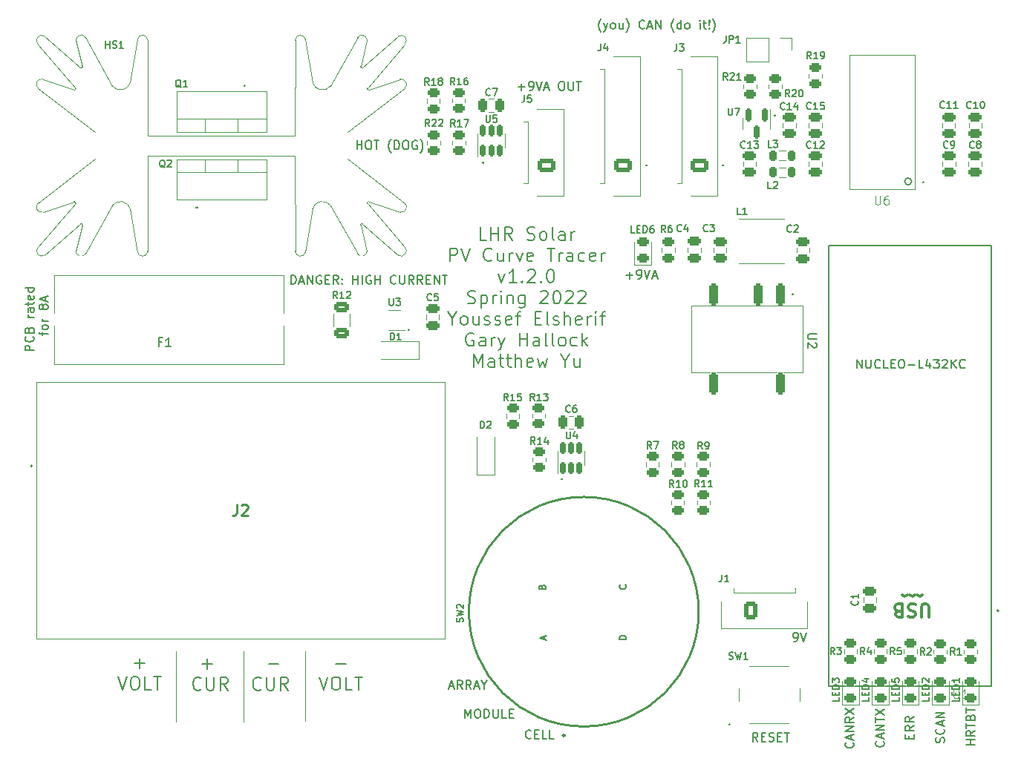
<source format=gbr>
%TF.GenerationSoftware,KiCad,Pcbnew,(6.0.1)*%
%TF.CreationDate,2022-02-17T12:45:48-06:00*%
%TF.ProjectId,IV Curve Tracer,49562043-7572-4766-9520-547261636572,1.2.0*%
%TF.SameCoordinates,PX1b50300PY6843e50*%
%TF.FileFunction,Legend,Top*%
%TF.FilePolarity,Positive*%
%FSLAX46Y46*%
G04 Gerber Fmt 4.6, Leading zero omitted, Abs format (unit mm)*
G04 Created by KiCad (PCBNEW (6.0.1)) date 2022-02-17 12:45:48*
%MOMM*%
%LPD*%
G01*
G04 APERTURE LIST*
G04 Aperture macros list*
%AMRoundRect*
0 Rectangle with rounded corners*
0 $1 Rounding radius*
0 $2 $3 $4 $5 $6 $7 $8 $9 X,Y pos of 4 corners*
0 Add a 4 corners polygon primitive as box body*
4,1,4,$2,$3,$4,$5,$6,$7,$8,$9,$2,$3,0*
0 Add four circle primitives for the rounded corners*
1,1,$1+$1,$2,$3*
1,1,$1+$1,$4,$5*
1,1,$1+$1,$6,$7*
1,1,$1+$1,$8,$9*
0 Add four rect primitives between the rounded corners*
20,1,$1+$1,$2,$3,$4,$5,0*
20,1,$1+$1,$4,$5,$6,$7,0*
20,1,$1+$1,$6,$7,$8,$9,0*
20,1,$1+$1,$8,$9,$2,$3,0*%
G04 Aperture macros list end*
%ADD10C,0.120000*%
%ADD11C,0.200000*%
%ADD12C,0.150000*%
%ADD13C,0.300000*%
%ADD14C,0.015000*%
%ADD15C,0.254000*%
%ADD16C,0.127000*%
%ADD17C,0.100000*%
%ADD18C,0.152400*%
%ADD19RoundRect,0.250000X0.450000X-0.262500X0.450000X0.262500X-0.450000X0.262500X-0.450000X-0.262500X0*%
%ADD20R,1.500000X4.000000*%
%ADD21R,1.905000X2.000000*%
%ADD22O,1.905000X2.000000*%
%ADD23RoundRect,0.250000X-0.450000X0.262500X-0.450000X-0.262500X0.450000X-0.262500X0.450000X0.262500X0*%
%ADD24C,2.200000*%
%ADD25RoundRect,0.218750X-0.218750X-0.381250X0.218750X-0.381250X0.218750X0.381250X-0.218750X0.381250X0*%
%ADD26RoundRect,0.243750X0.456250X-0.243750X0.456250X0.243750X-0.456250X0.243750X-0.456250X-0.243750X0*%
%ADD27C,1.270000*%
%ADD28RoundRect,0.250001X-0.499999X-0.759999X0.499999X-0.759999X0.499999X0.759999X-0.499999X0.759999X0*%
%ADD29O,1.500000X2.020000*%
%ADD30R,1.530000X1.530000*%
%ADD31C,1.530000*%
%ADD32RoundRect,0.250000X0.475000X-0.250000X0.475000X0.250000X-0.475000X0.250000X-0.475000X-0.250000X0*%
%ADD33RoundRect,0.250000X-0.475000X0.250000X-0.475000X-0.250000X0.475000X-0.250000X0.475000X0.250000X0*%
%ADD34RoundRect,0.250001X0.759999X-0.499999X0.759999X0.499999X-0.759999X0.499999X-0.759999X-0.499999X0*%
%ADD35O,2.020000X1.500000*%
%ADD36R,1.700000X1.700000*%
%ADD37O,1.700000X1.700000*%
%ADD38R,1.300000X1.700000*%
%ADD39RoundRect,0.150000X-0.150000X0.587500X-0.150000X-0.587500X0.150000X-0.587500X0.150000X0.587500X0*%
%ADD40C,4.800000*%
%ADD41C,1.950000*%
%ADD42C,4.000000*%
%ADD43R,1.800000X0.650000*%
%ADD44RoundRect,0.150000X0.150000X-0.512500X0.150000X0.512500X-0.150000X0.512500X-0.150000X-0.512500X0*%
%ADD45R,1.700000X1.300000*%
%ADD46RoundRect,0.250000X0.250000X0.475000X-0.250000X0.475000X-0.250000X-0.475000X0.250000X-0.475000X0*%
%ADD47R,1.500000X0.400000*%
%ADD48C,2.500000*%
%ADD49RoundRect,0.250000X0.625000X-0.312500X0.625000X0.312500X-0.625000X0.312500X-0.625000X-0.312500X0*%
%ADD50C,2.250000*%
%ADD51RoundRect,0.250000X-0.250000X-1.020000X0.250000X-1.020000X0.250000X1.020000X-0.250000X1.020000X0*%
%ADD52C,2.000000*%
G04 APERTURE END LIST*
D10*
X19024989Y11537346D02*
X19024989Y3527346D01*
X33774989Y11567346D02*
X33774989Y3557346D01*
X26729989Y11537346D02*
X26729989Y3527346D01*
D11*
X54468560Y58463775D02*
X53754274Y58463775D01*
X53754274Y59963775D01*
X54968560Y58463775D02*
X54968560Y59963775D01*
X54968560Y59249489D02*
X55825703Y59249489D01*
X55825703Y58463775D02*
X55825703Y59963775D01*
X57397131Y58463775D02*
X56897131Y59178061D01*
X56539989Y58463775D02*
X56539989Y59963775D01*
X57111417Y59963775D01*
X57254274Y59892346D01*
X57325703Y59820918D01*
X57397131Y59678061D01*
X57397131Y59463775D01*
X57325703Y59320918D01*
X57254274Y59249489D01*
X57111417Y59178061D01*
X56539989Y59178061D01*
X59111417Y58535204D02*
X59325703Y58463775D01*
X59682846Y58463775D01*
X59825703Y58535204D01*
X59897131Y58606632D01*
X59968560Y58749489D01*
X59968560Y58892346D01*
X59897131Y59035204D01*
X59825703Y59106632D01*
X59682846Y59178061D01*
X59397131Y59249489D01*
X59254274Y59320918D01*
X59182846Y59392346D01*
X59111417Y59535204D01*
X59111417Y59678061D01*
X59182846Y59820918D01*
X59254274Y59892346D01*
X59397131Y59963775D01*
X59754274Y59963775D01*
X59968560Y59892346D01*
X60825703Y58463775D02*
X60682846Y58535204D01*
X60611417Y58606632D01*
X60539989Y58749489D01*
X60539989Y59178061D01*
X60611417Y59320918D01*
X60682846Y59392346D01*
X60825703Y59463775D01*
X61039989Y59463775D01*
X61182846Y59392346D01*
X61254274Y59320918D01*
X61325703Y59178061D01*
X61325703Y58749489D01*
X61254274Y58606632D01*
X61182846Y58535204D01*
X61039989Y58463775D01*
X60825703Y58463775D01*
X62182846Y58463775D02*
X62039989Y58535204D01*
X61968560Y58678061D01*
X61968560Y59963775D01*
X63397131Y58463775D02*
X63397131Y59249489D01*
X63325703Y59392346D01*
X63182846Y59463775D01*
X62897131Y59463775D01*
X62754274Y59392346D01*
X63397131Y58535204D02*
X63254274Y58463775D01*
X62897131Y58463775D01*
X62754274Y58535204D01*
X62682846Y58678061D01*
X62682846Y58820918D01*
X62754274Y58963775D01*
X62897131Y59035204D01*
X63254274Y59035204D01*
X63397131Y59106632D01*
X64111417Y58463775D02*
X64111417Y59463775D01*
X64111417Y59178061D02*
X64182846Y59320918D01*
X64254274Y59392346D01*
X64397131Y59463775D01*
X64539989Y59463775D01*
X50289989Y56048775D02*
X50289989Y57548775D01*
X50861417Y57548775D01*
X51004274Y57477346D01*
X51075703Y57405918D01*
X51147131Y57263061D01*
X51147131Y57048775D01*
X51075703Y56905918D01*
X51004274Y56834489D01*
X50861417Y56763061D01*
X50289989Y56763061D01*
X51575703Y57548775D02*
X52075703Y56048775D01*
X52575703Y57548775D01*
X55075703Y56191632D02*
X55004274Y56120204D01*
X54789989Y56048775D01*
X54647131Y56048775D01*
X54432846Y56120204D01*
X54289989Y56263061D01*
X54218560Y56405918D01*
X54147131Y56691632D01*
X54147131Y56905918D01*
X54218560Y57191632D01*
X54289989Y57334489D01*
X54432846Y57477346D01*
X54647131Y57548775D01*
X54789989Y57548775D01*
X55004274Y57477346D01*
X55075703Y57405918D01*
X56361417Y57048775D02*
X56361417Y56048775D01*
X55718560Y57048775D02*
X55718560Y56263061D01*
X55789989Y56120204D01*
X55932846Y56048775D01*
X56147131Y56048775D01*
X56289989Y56120204D01*
X56361417Y56191632D01*
X57075703Y56048775D02*
X57075703Y57048775D01*
X57075703Y56763061D02*
X57147131Y56905918D01*
X57218560Y56977346D01*
X57361417Y57048775D01*
X57504274Y57048775D01*
X57861417Y57048775D02*
X58218560Y56048775D01*
X58575703Y57048775D01*
X59718560Y56120204D02*
X59575703Y56048775D01*
X59289989Y56048775D01*
X59147131Y56120204D01*
X59075703Y56263061D01*
X59075703Y56834489D01*
X59147131Y56977346D01*
X59289989Y57048775D01*
X59575703Y57048775D01*
X59718560Y56977346D01*
X59789989Y56834489D01*
X59789989Y56691632D01*
X59075703Y56548775D01*
X61361417Y57548775D02*
X62218560Y57548775D01*
X61789989Y56048775D02*
X61789989Y57548775D01*
X62718560Y56048775D02*
X62718560Y57048775D01*
X62718560Y56763061D02*
X62789989Y56905918D01*
X62861417Y56977346D01*
X63004274Y57048775D01*
X63147131Y57048775D01*
X64289989Y56048775D02*
X64289989Y56834489D01*
X64218560Y56977346D01*
X64075703Y57048775D01*
X63789989Y57048775D01*
X63647131Y56977346D01*
X64289989Y56120204D02*
X64147131Y56048775D01*
X63789989Y56048775D01*
X63647131Y56120204D01*
X63575703Y56263061D01*
X63575703Y56405918D01*
X63647131Y56548775D01*
X63789989Y56620204D01*
X64147131Y56620204D01*
X64289989Y56691632D01*
X65647131Y56120204D02*
X65504274Y56048775D01*
X65218560Y56048775D01*
X65075703Y56120204D01*
X65004274Y56191632D01*
X64932846Y56334489D01*
X64932846Y56763061D01*
X65004274Y56905918D01*
X65075703Y56977346D01*
X65218560Y57048775D01*
X65504274Y57048775D01*
X65647131Y56977346D01*
X66861417Y56120204D02*
X66718560Y56048775D01*
X66432846Y56048775D01*
X66289989Y56120204D01*
X66218560Y56263061D01*
X66218560Y56834489D01*
X66289989Y56977346D01*
X66432846Y57048775D01*
X66718560Y57048775D01*
X66861417Y56977346D01*
X66932846Y56834489D01*
X66932846Y56691632D01*
X66218560Y56548775D01*
X67575703Y56048775D02*
X67575703Y57048775D01*
X67575703Y56763061D02*
X67647131Y56905918D01*
X67718560Y56977346D01*
X67861417Y57048775D01*
X68004274Y57048775D01*
X55825703Y54633775D02*
X56182846Y53633775D01*
X56539989Y54633775D01*
X57897131Y53633775D02*
X57039989Y53633775D01*
X57468560Y53633775D02*
X57468560Y55133775D01*
X57325703Y54919489D01*
X57182846Y54776632D01*
X57039989Y54705204D01*
X58539989Y53776632D02*
X58611417Y53705204D01*
X58539989Y53633775D01*
X58468560Y53705204D01*
X58539989Y53776632D01*
X58539989Y53633775D01*
X59182846Y54990918D02*
X59254274Y55062346D01*
X59397131Y55133775D01*
X59754274Y55133775D01*
X59897131Y55062346D01*
X59968560Y54990918D01*
X60039989Y54848061D01*
X60039989Y54705204D01*
X59968560Y54490918D01*
X59111417Y53633775D01*
X60039989Y53633775D01*
X60682846Y53776632D02*
X60754274Y53705204D01*
X60682846Y53633775D01*
X60611417Y53705204D01*
X60682846Y53776632D01*
X60682846Y53633775D01*
X61682846Y55133775D02*
X61825703Y55133775D01*
X61968560Y55062346D01*
X62039989Y54990918D01*
X62111417Y54848061D01*
X62182846Y54562346D01*
X62182846Y54205204D01*
X62111417Y53919489D01*
X62039989Y53776632D01*
X61968560Y53705204D01*
X61825703Y53633775D01*
X61682846Y53633775D01*
X61539989Y53705204D01*
X61468560Y53776632D01*
X61397131Y53919489D01*
X61325703Y54205204D01*
X61325703Y54562346D01*
X61397131Y54848061D01*
X61468560Y54990918D01*
X61539989Y55062346D01*
X61682846Y55133775D01*
X52325703Y51290204D02*
X52539989Y51218775D01*
X52897131Y51218775D01*
X53039989Y51290204D01*
X53111417Y51361632D01*
X53182846Y51504489D01*
X53182846Y51647346D01*
X53111417Y51790204D01*
X53039989Y51861632D01*
X52897131Y51933061D01*
X52611417Y52004489D01*
X52468560Y52075918D01*
X52397131Y52147346D01*
X52325703Y52290204D01*
X52325703Y52433061D01*
X52397131Y52575918D01*
X52468560Y52647346D01*
X52611417Y52718775D01*
X52968560Y52718775D01*
X53182846Y52647346D01*
X53825703Y52218775D02*
X53825703Y50718775D01*
X53825703Y52147346D02*
X53968560Y52218775D01*
X54254274Y52218775D01*
X54397131Y52147346D01*
X54468560Y52075918D01*
X54539989Y51933061D01*
X54539989Y51504489D01*
X54468560Y51361632D01*
X54397131Y51290204D01*
X54254274Y51218775D01*
X53968560Y51218775D01*
X53825703Y51290204D01*
X55182846Y51218775D02*
X55182846Y52218775D01*
X55182846Y51933061D02*
X55254274Y52075918D01*
X55325703Y52147346D01*
X55468560Y52218775D01*
X55611417Y52218775D01*
X56111417Y51218775D02*
X56111417Y52218775D01*
X56111417Y52718775D02*
X56039989Y52647346D01*
X56111417Y52575918D01*
X56182846Y52647346D01*
X56111417Y52718775D01*
X56111417Y52575918D01*
X56825703Y52218775D02*
X56825703Y51218775D01*
X56825703Y52075918D02*
X56897131Y52147346D01*
X57039989Y52218775D01*
X57254274Y52218775D01*
X57397131Y52147346D01*
X57468560Y52004489D01*
X57468560Y51218775D01*
X58825703Y52218775D02*
X58825703Y51004489D01*
X58754274Y50861632D01*
X58682846Y50790204D01*
X58539989Y50718775D01*
X58325703Y50718775D01*
X58182846Y50790204D01*
X58825703Y51290204D02*
X58682846Y51218775D01*
X58397131Y51218775D01*
X58254274Y51290204D01*
X58182846Y51361632D01*
X58111417Y51504489D01*
X58111417Y51933061D01*
X58182846Y52075918D01*
X58254274Y52147346D01*
X58397131Y52218775D01*
X58682846Y52218775D01*
X58825703Y52147346D01*
X60611417Y52575918D02*
X60682846Y52647346D01*
X60825703Y52718775D01*
X61182846Y52718775D01*
X61325703Y52647346D01*
X61397131Y52575918D01*
X61468560Y52433061D01*
X61468560Y52290204D01*
X61397131Y52075918D01*
X60539989Y51218775D01*
X61468560Y51218775D01*
X62397131Y52718775D02*
X62539989Y52718775D01*
X62682846Y52647346D01*
X62754274Y52575918D01*
X62825703Y52433061D01*
X62897131Y52147346D01*
X62897131Y51790204D01*
X62825703Y51504489D01*
X62754274Y51361632D01*
X62682846Y51290204D01*
X62539989Y51218775D01*
X62397131Y51218775D01*
X62254274Y51290204D01*
X62182846Y51361632D01*
X62111417Y51504489D01*
X62039989Y51790204D01*
X62039989Y52147346D01*
X62111417Y52433061D01*
X62182846Y52575918D01*
X62254274Y52647346D01*
X62397131Y52718775D01*
X63468560Y52575918D02*
X63539989Y52647346D01*
X63682846Y52718775D01*
X64039989Y52718775D01*
X64182846Y52647346D01*
X64254274Y52575918D01*
X64325703Y52433061D01*
X64325703Y52290204D01*
X64254274Y52075918D01*
X63397131Y51218775D01*
X64325703Y51218775D01*
X64897131Y52575918D02*
X64968560Y52647346D01*
X65111417Y52718775D01*
X65468560Y52718775D01*
X65611417Y52647346D01*
X65682846Y52575918D01*
X65754274Y52433061D01*
X65754274Y52290204D01*
X65682846Y52075918D01*
X64825703Y51218775D01*
X65754274Y51218775D01*
X50575703Y49518061D02*
X50575703Y48803775D01*
X50075703Y50303775D02*
X50575703Y49518061D01*
X51075703Y50303775D01*
X51789989Y48803775D02*
X51647131Y48875204D01*
X51575703Y48946632D01*
X51504274Y49089489D01*
X51504274Y49518061D01*
X51575703Y49660918D01*
X51647131Y49732346D01*
X51789989Y49803775D01*
X52004274Y49803775D01*
X52147131Y49732346D01*
X52218560Y49660918D01*
X52289989Y49518061D01*
X52289989Y49089489D01*
X52218560Y48946632D01*
X52147131Y48875204D01*
X52004274Y48803775D01*
X51789989Y48803775D01*
X53575703Y49803775D02*
X53575703Y48803775D01*
X52932846Y49803775D02*
X52932846Y49018061D01*
X53004274Y48875204D01*
X53147131Y48803775D01*
X53361417Y48803775D01*
X53504274Y48875204D01*
X53575703Y48946632D01*
X54218560Y48875204D02*
X54361417Y48803775D01*
X54647131Y48803775D01*
X54789989Y48875204D01*
X54861417Y49018061D01*
X54861417Y49089489D01*
X54789989Y49232346D01*
X54647131Y49303775D01*
X54432846Y49303775D01*
X54289989Y49375204D01*
X54218560Y49518061D01*
X54218560Y49589489D01*
X54289989Y49732346D01*
X54432846Y49803775D01*
X54647131Y49803775D01*
X54789989Y49732346D01*
X55432846Y48875204D02*
X55575703Y48803775D01*
X55861417Y48803775D01*
X56004274Y48875204D01*
X56075703Y49018061D01*
X56075703Y49089489D01*
X56004274Y49232346D01*
X55861417Y49303775D01*
X55647131Y49303775D01*
X55504274Y49375204D01*
X55432846Y49518061D01*
X55432846Y49589489D01*
X55504274Y49732346D01*
X55647131Y49803775D01*
X55861417Y49803775D01*
X56004274Y49732346D01*
X57289989Y48875204D02*
X57147131Y48803775D01*
X56861417Y48803775D01*
X56718560Y48875204D01*
X56647131Y49018061D01*
X56647131Y49589489D01*
X56718560Y49732346D01*
X56861417Y49803775D01*
X57147131Y49803775D01*
X57289989Y49732346D01*
X57361417Y49589489D01*
X57361417Y49446632D01*
X56647131Y49303775D01*
X57789989Y49803775D02*
X58361417Y49803775D01*
X58004274Y48803775D02*
X58004274Y50089489D01*
X58075703Y50232346D01*
X58218560Y50303775D01*
X58361417Y50303775D01*
X60004274Y49589489D02*
X60504274Y49589489D01*
X60718560Y48803775D02*
X60004274Y48803775D01*
X60004274Y50303775D01*
X60718560Y50303775D01*
X61575703Y48803775D02*
X61432846Y48875204D01*
X61361417Y49018061D01*
X61361417Y50303775D01*
X62075703Y48875204D02*
X62218560Y48803775D01*
X62504274Y48803775D01*
X62647131Y48875204D01*
X62718560Y49018061D01*
X62718560Y49089489D01*
X62647131Y49232346D01*
X62504274Y49303775D01*
X62289989Y49303775D01*
X62147131Y49375204D01*
X62075703Y49518061D01*
X62075703Y49589489D01*
X62147131Y49732346D01*
X62289989Y49803775D01*
X62504274Y49803775D01*
X62647131Y49732346D01*
X63361417Y48803775D02*
X63361417Y50303775D01*
X64004274Y48803775D02*
X64004274Y49589489D01*
X63932846Y49732346D01*
X63789989Y49803775D01*
X63575703Y49803775D01*
X63432846Y49732346D01*
X63361417Y49660918D01*
X65289989Y48875204D02*
X65147131Y48803775D01*
X64861417Y48803775D01*
X64718560Y48875204D01*
X64647131Y49018061D01*
X64647131Y49589489D01*
X64718560Y49732346D01*
X64861417Y49803775D01*
X65147131Y49803775D01*
X65289989Y49732346D01*
X65361417Y49589489D01*
X65361417Y49446632D01*
X64647131Y49303775D01*
X66004274Y48803775D02*
X66004274Y49803775D01*
X66004274Y49518061D02*
X66075703Y49660918D01*
X66147131Y49732346D01*
X66289989Y49803775D01*
X66432846Y49803775D01*
X66932846Y48803775D02*
X66932846Y49803775D01*
X66932846Y50303775D02*
X66861417Y50232346D01*
X66932846Y50160918D01*
X67004274Y50232346D01*
X66932846Y50303775D01*
X66932846Y50160918D01*
X67432846Y49803775D02*
X68004274Y49803775D01*
X67647131Y48803775D02*
X67647131Y50089489D01*
X67718560Y50232346D01*
X67861417Y50303775D01*
X68004274Y50303775D01*
X52968560Y47817346D02*
X52825703Y47888775D01*
X52611417Y47888775D01*
X52397131Y47817346D01*
X52254274Y47674489D01*
X52182846Y47531632D01*
X52111417Y47245918D01*
X52111417Y47031632D01*
X52182846Y46745918D01*
X52254274Y46603061D01*
X52397131Y46460204D01*
X52611417Y46388775D01*
X52754274Y46388775D01*
X52968560Y46460204D01*
X53039989Y46531632D01*
X53039989Y47031632D01*
X52754274Y47031632D01*
X54325703Y46388775D02*
X54325703Y47174489D01*
X54254274Y47317346D01*
X54111417Y47388775D01*
X53825703Y47388775D01*
X53682846Y47317346D01*
X54325703Y46460204D02*
X54182846Y46388775D01*
X53825703Y46388775D01*
X53682846Y46460204D01*
X53611417Y46603061D01*
X53611417Y46745918D01*
X53682846Y46888775D01*
X53825703Y46960204D01*
X54182846Y46960204D01*
X54325703Y47031632D01*
X55039989Y46388775D02*
X55039989Y47388775D01*
X55039989Y47103061D02*
X55111417Y47245918D01*
X55182846Y47317346D01*
X55325703Y47388775D01*
X55468560Y47388775D01*
X55825703Y47388775D02*
X56182846Y46388775D01*
X56539989Y47388775D02*
X56182846Y46388775D01*
X56039989Y46031632D01*
X55968560Y45960204D01*
X55825703Y45888775D01*
X58254274Y46388775D02*
X58254274Y47888775D01*
X58254274Y47174489D02*
X59111417Y47174489D01*
X59111417Y46388775D02*
X59111417Y47888775D01*
X60468560Y46388775D02*
X60468560Y47174489D01*
X60397131Y47317346D01*
X60254274Y47388775D01*
X59968560Y47388775D01*
X59825703Y47317346D01*
X60468560Y46460204D02*
X60325703Y46388775D01*
X59968560Y46388775D01*
X59825703Y46460204D01*
X59754274Y46603061D01*
X59754274Y46745918D01*
X59825703Y46888775D01*
X59968560Y46960204D01*
X60325703Y46960204D01*
X60468560Y47031632D01*
X61397131Y46388775D02*
X61254274Y46460204D01*
X61182846Y46603061D01*
X61182846Y47888775D01*
X62182846Y46388775D02*
X62039989Y46460204D01*
X61968560Y46603061D01*
X61968560Y47888775D01*
X62968560Y46388775D02*
X62825703Y46460204D01*
X62754274Y46531632D01*
X62682846Y46674489D01*
X62682846Y47103061D01*
X62754274Y47245918D01*
X62825703Y47317346D01*
X62968560Y47388775D01*
X63182846Y47388775D01*
X63325703Y47317346D01*
X63397131Y47245918D01*
X63468560Y47103061D01*
X63468560Y46674489D01*
X63397131Y46531632D01*
X63325703Y46460204D01*
X63182846Y46388775D01*
X62968560Y46388775D01*
X64754274Y46460204D02*
X64611417Y46388775D01*
X64325703Y46388775D01*
X64182846Y46460204D01*
X64111417Y46531632D01*
X64039989Y46674489D01*
X64039989Y47103061D01*
X64111417Y47245918D01*
X64182846Y47317346D01*
X64325703Y47388775D01*
X64611417Y47388775D01*
X64754274Y47317346D01*
X65397131Y46388775D02*
X65397131Y47888775D01*
X65539989Y46960204D02*
X65968560Y46388775D01*
X65968560Y47388775D02*
X65397131Y46817346D01*
X53004274Y43973775D02*
X53004274Y45473775D01*
X53504274Y44402346D01*
X54004274Y45473775D01*
X54004274Y43973775D01*
X55361417Y43973775D02*
X55361417Y44759489D01*
X55289989Y44902346D01*
X55147131Y44973775D01*
X54861417Y44973775D01*
X54718560Y44902346D01*
X55361417Y44045204D02*
X55218560Y43973775D01*
X54861417Y43973775D01*
X54718560Y44045204D01*
X54647131Y44188061D01*
X54647131Y44330918D01*
X54718560Y44473775D01*
X54861417Y44545204D01*
X55218560Y44545204D01*
X55361417Y44616632D01*
X55861417Y44973775D02*
X56432846Y44973775D01*
X56075703Y45473775D02*
X56075703Y44188061D01*
X56147131Y44045204D01*
X56289989Y43973775D01*
X56432846Y43973775D01*
X56718560Y44973775D02*
X57289989Y44973775D01*
X56932846Y45473775D02*
X56932846Y44188061D01*
X57004274Y44045204D01*
X57147131Y43973775D01*
X57289989Y43973775D01*
X57789989Y43973775D02*
X57789989Y45473775D01*
X58432846Y43973775D02*
X58432846Y44759489D01*
X58361417Y44902346D01*
X58218560Y44973775D01*
X58004274Y44973775D01*
X57861417Y44902346D01*
X57789989Y44830918D01*
X59718560Y44045204D02*
X59575703Y43973775D01*
X59289989Y43973775D01*
X59147131Y44045204D01*
X59075703Y44188061D01*
X59075703Y44759489D01*
X59147131Y44902346D01*
X59289989Y44973775D01*
X59575703Y44973775D01*
X59718560Y44902346D01*
X59789989Y44759489D01*
X59789989Y44616632D01*
X59075703Y44473775D01*
X60289989Y44973775D02*
X60575703Y43973775D01*
X60861417Y44688061D01*
X61147131Y43973775D01*
X61432846Y44973775D01*
X63432846Y44688061D02*
X63432846Y43973775D01*
X62932846Y45473775D02*
X63432846Y44688061D01*
X63932846Y45473775D01*
X65075703Y44973775D02*
X65075703Y43973775D01*
X64432846Y44973775D02*
X64432846Y44188061D01*
X64504274Y44045204D01*
X64647131Y43973775D01*
X64861417Y43973775D01*
X65004274Y44045204D01*
X65075703Y44116632D01*
D12*
X50234750Y7530680D02*
X50710941Y7530680D01*
X50139512Y7244966D02*
X50472846Y8244966D01*
X50806179Y7244966D01*
X51710941Y7244966D02*
X51377608Y7721156D01*
X51139512Y7244966D02*
X51139512Y8244966D01*
X51520465Y8244966D01*
X51615703Y8197346D01*
X51663322Y8149727D01*
X51710941Y8054489D01*
X51710941Y7911632D01*
X51663322Y7816394D01*
X51615703Y7768775D01*
X51520465Y7721156D01*
X51139512Y7721156D01*
X52710941Y7244966D02*
X52377608Y7721156D01*
X52139512Y7244966D02*
X52139512Y8244966D01*
X52520465Y8244966D01*
X52615703Y8197346D01*
X52663322Y8149727D01*
X52710941Y8054489D01*
X52710941Y7911632D01*
X52663322Y7816394D01*
X52615703Y7768775D01*
X52520465Y7721156D01*
X52139512Y7721156D01*
X53091893Y7530680D02*
X53568084Y7530680D01*
X52996655Y7244966D02*
X53329989Y8244966D01*
X53663322Y7244966D01*
X54187131Y7721156D02*
X54187131Y7244966D01*
X53853798Y8244966D02*
X54187131Y7721156D01*
X54520465Y8244966D01*
X96687131Y43844966D02*
X96687131Y44844966D01*
X97258560Y43844966D01*
X97258560Y44844966D01*
X97734750Y44844966D02*
X97734750Y44035442D01*
X97782369Y43940204D01*
X97829989Y43892585D01*
X97925227Y43844966D01*
X98115703Y43844966D01*
X98210941Y43892585D01*
X98258560Y43940204D01*
X98306179Y44035442D01*
X98306179Y44844966D01*
X99353798Y43940204D02*
X99306179Y43892585D01*
X99163322Y43844966D01*
X99068084Y43844966D01*
X98925227Y43892585D01*
X98829989Y43987823D01*
X98782369Y44083061D01*
X98734750Y44273537D01*
X98734750Y44416394D01*
X98782369Y44606870D01*
X98829989Y44702108D01*
X98925227Y44797346D01*
X99068084Y44844966D01*
X99163322Y44844966D01*
X99306179Y44797346D01*
X99353798Y44749727D01*
X100258560Y43844966D02*
X99782369Y43844966D01*
X99782369Y44844966D01*
X100591893Y44368775D02*
X100925227Y44368775D01*
X101068084Y43844966D02*
X100591893Y43844966D01*
X100591893Y44844966D01*
X101068084Y44844966D01*
X101687131Y44844966D02*
X101877608Y44844966D01*
X101972846Y44797346D01*
X102068084Y44702108D01*
X102115703Y44511632D01*
X102115703Y44178299D01*
X102068084Y43987823D01*
X101972846Y43892585D01*
X101877608Y43844966D01*
X101687131Y43844966D01*
X101591893Y43892585D01*
X101496655Y43987823D01*
X101449036Y44178299D01*
X101449036Y44511632D01*
X101496655Y44702108D01*
X101591893Y44797346D01*
X101687131Y44844966D01*
X102544274Y44225918D02*
X103306179Y44225918D01*
X104258560Y43844966D02*
X103782369Y43844966D01*
X103782369Y44844966D01*
X105020465Y44511632D02*
X105020465Y43844966D01*
X104782369Y44892585D02*
X104544274Y44178299D01*
X105163322Y44178299D01*
X105449036Y44844966D02*
X106068084Y44844966D01*
X105734750Y44464013D01*
X105877608Y44464013D01*
X105972846Y44416394D01*
X106020465Y44368775D01*
X106068084Y44273537D01*
X106068084Y44035442D01*
X106020465Y43940204D01*
X105972846Y43892585D01*
X105877608Y43844966D01*
X105591893Y43844966D01*
X105496655Y43892585D01*
X105449036Y43940204D01*
X106449036Y44749727D02*
X106496655Y44797346D01*
X106591893Y44844966D01*
X106829989Y44844966D01*
X106925227Y44797346D01*
X106972846Y44749727D01*
X107020465Y44654489D01*
X107020465Y44559251D01*
X106972846Y44416394D01*
X106401417Y43844966D01*
X107020465Y43844966D01*
X107449036Y43844966D02*
X107449036Y44844966D01*
X108020465Y43844966D02*
X107591893Y44416394D01*
X108020465Y44844966D02*
X107449036Y44273537D01*
X109020465Y43940204D02*
X108972846Y43892585D01*
X108829989Y43844966D01*
X108734750Y43844966D01*
X108591893Y43892585D01*
X108496655Y43987823D01*
X108449036Y44083061D01*
X108401417Y44273537D01*
X108401417Y44416394D01*
X108449036Y44606870D01*
X108496655Y44702108D01*
X108591893Y44797346D01*
X108734750Y44844966D01*
X108829989Y44844966D01*
X108972846Y44797346D01*
X109020465Y44749727D01*
X63059989Y31260204D02*
X63107608Y31212585D01*
X63059989Y31164966D01*
X63012369Y31212585D01*
X63059989Y31260204D01*
X63059989Y31164966D01*
X82154989Y3265204D02*
X82202608Y3217585D01*
X82154989Y3169966D01*
X82107369Y3217585D01*
X82154989Y3265204D01*
X82154989Y3169966D01*
X54069989Y67380204D02*
X54117608Y67332585D01*
X54069989Y67284966D01*
X54022369Y67332585D01*
X54069989Y67380204D01*
X54069989Y67284966D01*
X39678084Y68839966D02*
X39678084Y69839966D01*
X39678084Y69363775D02*
X40249512Y69363775D01*
X40249512Y68839966D02*
X40249512Y69839966D01*
X40916179Y69839966D02*
X41106655Y69839966D01*
X41201893Y69792346D01*
X41297131Y69697108D01*
X41344750Y69506632D01*
X41344750Y69173299D01*
X41297131Y68982823D01*
X41201893Y68887585D01*
X41106655Y68839966D01*
X40916179Y68839966D01*
X40820941Y68887585D01*
X40725703Y68982823D01*
X40678084Y69173299D01*
X40678084Y69506632D01*
X40725703Y69697108D01*
X40820941Y69792346D01*
X40916179Y69839966D01*
X41630465Y69839966D02*
X42201893Y69839966D01*
X41916179Y68839966D02*
X41916179Y69839966D01*
X43582846Y68459013D02*
X43535227Y68506632D01*
X43439989Y68649489D01*
X43392369Y68744727D01*
X43344750Y68887585D01*
X43297131Y69125680D01*
X43297131Y69316156D01*
X43344750Y69554251D01*
X43392369Y69697108D01*
X43439989Y69792346D01*
X43535227Y69935204D01*
X43582846Y69982823D01*
X43963798Y68839966D02*
X43963798Y69839966D01*
X44201893Y69839966D01*
X44344750Y69792346D01*
X44439989Y69697108D01*
X44487608Y69601870D01*
X44535227Y69411394D01*
X44535227Y69268537D01*
X44487608Y69078061D01*
X44439989Y68982823D01*
X44344750Y68887585D01*
X44201893Y68839966D01*
X43963798Y68839966D01*
X45154274Y69839966D02*
X45344750Y69839966D01*
X45439989Y69792346D01*
X45535227Y69697108D01*
X45582846Y69506632D01*
X45582846Y69173299D01*
X45535227Y68982823D01*
X45439989Y68887585D01*
X45344750Y68839966D01*
X45154274Y68839966D01*
X45059036Y68887585D01*
X44963798Y68982823D01*
X44916179Y69173299D01*
X44916179Y69506632D01*
X44963798Y69697108D01*
X45059036Y69792346D01*
X45154274Y69839966D01*
X46535227Y69792346D02*
X46439989Y69839966D01*
X46297131Y69839966D01*
X46154274Y69792346D01*
X46059036Y69697108D01*
X46011417Y69601870D01*
X45963798Y69411394D01*
X45963798Y69268537D01*
X46011417Y69078061D01*
X46059036Y68982823D01*
X46154274Y68887585D01*
X46297131Y68839966D01*
X46392369Y68839966D01*
X46535227Y68887585D01*
X46582846Y68935204D01*
X46582846Y69268537D01*
X46392369Y69268537D01*
X46916179Y68459013D02*
X46963798Y68506632D01*
X47059036Y68649489D01*
X47106655Y68744727D01*
X47154274Y68887585D01*
X47201893Y69125680D01*
X47201893Y69316156D01*
X47154274Y69554251D01*
X47106655Y69697108D01*
X47059036Y69792346D01*
X46963798Y69935204D01*
X46916179Y69982823D01*
X110152369Y864727D02*
X109152369Y864727D01*
X109628560Y864727D02*
X109628560Y1436156D01*
X110152369Y1436156D02*
X109152369Y1436156D01*
X110152369Y2483775D02*
X109676179Y2150442D01*
X110152369Y1912346D02*
X109152369Y1912346D01*
X109152369Y2293299D01*
X109199989Y2388537D01*
X109247608Y2436156D01*
X109342846Y2483775D01*
X109485703Y2483775D01*
X109580941Y2436156D01*
X109628560Y2388537D01*
X109676179Y2293299D01*
X109676179Y1912346D01*
X109152369Y2769489D02*
X109152369Y3340918D01*
X110152369Y3055204D02*
X109152369Y3055204D01*
X109628560Y4007585D02*
X109676179Y4150442D01*
X109723798Y4198061D01*
X109819036Y4245680D01*
X109961893Y4245680D01*
X110057131Y4198061D01*
X110104750Y4150442D01*
X110152369Y4055204D01*
X110152369Y3674251D01*
X109152369Y3674251D01*
X109152369Y4007585D01*
X109199989Y4102823D01*
X109247608Y4150442D01*
X109342846Y4198061D01*
X109438084Y4198061D01*
X109533322Y4150442D01*
X109580941Y4102823D01*
X109628560Y4007585D01*
X109628560Y3674251D01*
X109152369Y4531394D02*
X109152369Y5102823D01*
X110152369Y4817108D02*
X109152369Y4817108D01*
D11*
X37263560Y10102704D02*
X38406417Y10102704D01*
X35370703Y8616275D02*
X35870703Y7116275D01*
X36370703Y8616275D01*
X37156417Y8616275D02*
X37442131Y8616275D01*
X37584989Y8544846D01*
X37727846Y8401989D01*
X37799274Y8116275D01*
X37799274Y7616275D01*
X37727846Y7330561D01*
X37584989Y7187704D01*
X37442131Y7116275D01*
X37156417Y7116275D01*
X37013560Y7187704D01*
X36870703Y7330561D01*
X36799274Y7616275D01*
X36799274Y8116275D01*
X36870703Y8401989D01*
X37013560Y8544846D01*
X37156417Y8616275D01*
X39156417Y7116275D02*
X38442131Y7116275D01*
X38442131Y8616275D01*
X39442131Y8616275D02*
X40299274Y8616275D01*
X39870703Y7116275D02*
X39870703Y8616275D01*
D12*
X45617846Y48262346D02*
X45570227Y48214727D01*
X45522608Y48262346D01*
X45570227Y48309966D01*
X45617846Y48262346D01*
X45522608Y48262346D01*
D11*
X14343560Y10162704D02*
X15486417Y10162704D01*
X14914989Y9591275D02*
X14914989Y10734132D01*
X12450703Y8676275D02*
X12950703Y7176275D01*
X13450703Y8676275D01*
X14236417Y8676275D02*
X14522131Y8676275D01*
X14664989Y8604846D01*
X14807846Y8461989D01*
X14879274Y8176275D01*
X14879274Y7676275D01*
X14807846Y7390561D01*
X14664989Y7247704D01*
X14522131Y7176275D01*
X14236417Y7176275D01*
X14093560Y7247704D01*
X13950703Y7390561D01*
X13879274Y7676275D01*
X13879274Y8176275D01*
X13950703Y8461989D01*
X14093560Y8604846D01*
X14236417Y8676275D01*
X16236417Y7176275D02*
X15522131Y7176275D01*
X15522131Y8676275D01*
X16522131Y8676275D02*
X17379274Y8676275D01*
X16950703Y7176275D02*
X16950703Y8676275D01*
D12*
X70395703Y54455918D02*
X71157608Y54455918D01*
X70776655Y54074966D02*
X70776655Y54836870D01*
X71681417Y54074966D02*
X71871893Y54074966D01*
X71967131Y54122585D01*
X72014750Y54170204D01*
X72109989Y54313061D01*
X72157608Y54503537D01*
X72157608Y54884489D01*
X72109989Y54979727D01*
X72062369Y55027346D01*
X71967131Y55074966D01*
X71776655Y55074966D01*
X71681417Y55027346D01*
X71633798Y54979727D01*
X71586179Y54884489D01*
X71586179Y54646394D01*
X71633798Y54551156D01*
X71681417Y54503537D01*
X71776655Y54455918D01*
X71967131Y54455918D01*
X72062369Y54503537D01*
X72109989Y54551156D01*
X72157608Y54646394D01*
X72443322Y55074966D02*
X72776655Y54074966D01*
X73109989Y55074966D01*
X73395703Y54360680D02*
X73871893Y54360680D01*
X73300465Y54074966D02*
X73633798Y55074966D01*
X73967131Y54074966D01*
X63274989Y1980204D02*
X63322608Y1932585D01*
X63274989Y1884966D01*
X63227369Y1932585D01*
X63274989Y1980204D01*
X63274989Y1884966D01*
X2847369Y45894966D02*
X1847369Y45894966D01*
X1847369Y46275918D01*
X1894989Y46371156D01*
X1942608Y46418775D01*
X2037846Y46466394D01*
X2180703Y46466394D01*
X2275941Y46418775D01*
X2323560Y46371156D01*
X2371179Y46275918D01*
X2371179Y45894966D01*
X2752131Y47466394D02*
X2799750Y47418775D01*
X2847369Y47275918D01*
X2847369Y47180680D01*
X2799750Y47037823D01*
X2704512Y46942585D01*
X2609274Y46894966D01*
X2418798Y46847346D01*
X2275941Y46847346D01*
X2085465Y46894966D01*
X1990227Y46942585D01*
X1894989Y47037823D01*
X1847369Y47180680D01*
X1847369Y47275918D01*
X1894989Y47418775D01*
X1942608Y47466394D01*
X2323560Y48228299D02*
X2371179Y48371156D01*
X2418798Y48418775D01*
X2514036Y48466394D01*
X2656893Y48466394D01*
X2752131Y48418775D01*
X2799750Y48371156D01*
X2847369Y48275918D01*
X2847369Y47894966D01*
X1847369Y47894966D01*
X1847369Y48228299D01*
X1894989Y48323537D01*
X1942608Y48371156D01*
X2037846Y48418775D01*
X2133084Y48418775D01*
X2228322Y48371156D01*
X2275941Y48323537D01*
X2323560Y48228299D01*
X2323560Y47894966D01*
X2847369Y49656870D02*
X2180703Y49656870D01*
X2371179Y49656870D02*
X2275941Y49704489D01*
X2228322Y49752108D01*
X2180703Y49847346D01*
X2180703Y49942585D01*
X2847369Y50704489D02*
X2323560Y50704489D01*
X2228322Y50656870D01*
X2180703Y50561632D01*
X2180703Y50371156D01*
X2228322Y50275918D01*
X2799750Y50704489D02*
X2847369Y50609251D01*
X2847369Y50371156D01*
X2799750Y50275918D01*
X2704512Y50228299D01*
X2609274Y50228299D01*
X2514036Y50275918D01*
X2466417Y50371156D01*
X2466417Y50609251D01*
X2418798Y50704489D01*
X2180703Y51037823D02*
X2180703Y51418775D01*
X1847369Y51180680D02*
X2704512Y51180680D01*
X2799750Y51228299D01*
X2847369Y51323537D01*
X2847369Y51418775D01*
X2799750Y52133061D02*
X2847369Y52037823D01*
X2847369Y51847346D01*
X2799750Y51752108D01*
X2704512Y51704489D01*
X2323560Y51704489D01*
X2228322Y51752108D01*
X2180703Y51847346D01*
X2180703Y52037823D01*
X2228322Y52133061D01*
X2323560Y52180680D01*
X2418798Y52180680D01*
X2514036Y51704489D01*
X2847369Y53037823D02*
X1847369Y53037823D01*
X2799750Y53037823D02*
X2847369Y52942585D01*
X2847369Y52752108D01*
X2799750Y52656870D01*
X2752131Y52609251D01*
X2656893Y52561632D01*
X2371179Y52561632D01*
X2275941Y52609251D01*
X2228322Y52656870D01*
X2180703Y52752108D01*
X2180703Y52942585D01*
X2228322Y53037823D01*
X3790703Y47609251D02*
X3790703Y47990204D01*
X4457369Y47752108D02*
X3600227Y47752108D01*
X3504989Y47799727D01*
X3457369Y47894966D01*
X3457369Y47990204D01*
X4457369Y48466394D02*
X4409750Y48371156D01*
X4362131Y48323537D01*
X4266893Y48275918D01*
X3981179Y48275918D01*
X3885941Y48323537D01*
X3838322Y48371156D01*
X3790703Y48466394D01*
X3790703Y48609251D01*
X3838322Y48704489D01*
X3885941Y48752108D01*
X3981179Y48799727D01*
X4266893Y48799727D01*
X4362131Y48752108D01*
X4409750Y48704489D01*
X4457369Y48609251D01*
X4457369Y48466394D01*
X4457369Y49228299D02*
X3790703Y49228299D01*
X3981179Y49228299D02*
X3885941Y49275918D01*
X3838322Y49323537D01*
X3790703Y49418775D01*
X3790703Y49514013D01*
X3885941Y50752108D02*
X3838322Y50656870D01*
X3790703Y50609251D01*
X3695465Y50561632D01*
X3647846Y50561632D01*
X3552608Y50609251D01*
X3504989Y50656870D01*
X3457369Y50752108D01*
X3457369Y50942585D01*
X3504989Y51037823D01*
X3552608Y51085442D01*
X3647846Y51133061D01*
X3695465Y51133061D01*
X3790703Y51085442D01*
X3838322Y51037823D01*
X3885941Y50942585D01*
X3885941Y50752108D01*
X3933560Y50656870D01*
X3981179Y50609251D01*
X4076417Y50561632D01*
X4266893Y50561632D01*
X4362131Y50609251D01*
X4409750Y50656870D01*
X4457369Y50752108D01*
X4457369Y50942585D01*
X4409750Y51037823D01*
X4362131Y51085442D01*
X4266893Y51133061D01*
X4076417Y51133061D01*
X3981179Y51085442D01*
X3933560Y51037823D01*
X3885941Y50942585D01*
X4171655Y51514013D02*
X4171655Y51990204D01*
X4457369Y51418775D02*
X3457369Y51752108D01*
X4457369Y52085442D01*
X59527608Y1650204D02*
X59479989Y1602585D01*
X59337131Y1554966D01*
X59241893Y1554966D01*
X59099036Y1602585D01*
X59003798Y1697823D01*
X58956179Y1793061D01*
X58908560Y1983537D01*
X58908560Y2126394D01*
X58956179Y2316870D01*
X59003798Y2412108D01*
X59099036Y2507346D01*
X59241893Y2554966D01*
X59337131Y2554966D01*
X59479989Y2507346D01*
X59527608Y2459727D01*
X59956179Y2078775D02*
X60289512Y2078775D01*
X60432369Y1554966D02*
X59956179Y1554966D01*
X59956179Y2554966D01*
X60432369Y2554966D01*
X61337131Y1554966D02*
X60860941Y1554966D01*
X60860941Y2554966D01*
X62146655Y1554966D02*
X61670465Y1554966D01*
X61670465Y2554966D01*
X21424989Y62255204D02*
X21472608Y62207585D01*
X21424989Y62159966D01*
X21377369Y62207585D01*
X21424989Y62255204D01*
X21424989Y62159966D01*
X106634750Y1119251D02*
X106682369Y1262108D01*
X106682369Y1500204D01*
X106634750Y1595442D01*
X106587131Y1643061D01*
X106491893Y1690680D01*
X106396655Y1690680D01*
X106301417Y1643061D01*
X106253798Y1595442D01*
X106206179Y1500204D01*
X106158560Y1309727D01*
X106110941Y1214489D01*
X106063322Y1166870D01*
X105968084Y1119251D01*
X105872846Y1119251D01*
X105777608Y1166870D01*
X105729989Y1214489D01*
X105682369Y1309727D01*
X105682369Y1547823D01*
X105729989Y1690680D01*
X106587131Y2690680D02*
X106634750Y2643061D01*
X106682369Y2500204D01*
X106682369Y2404966D01*
X106634750Y2262108D01*
X106539512Y2166870D01*
X106444274Y2119251D01*
X106253798Y2071632D01*
X106110941Y2071632D01*
X105920465Y2119251D01*
X105825227Y2166870D01*
X105729989Y2262108D01*
X105682369Y2404966D01*
X105682369Y2500204D01*
X105729989Y2643061D01*
X105777608Y2690680D01*
X106396655Y3071632D02*
X106396655Y3547823D01*
X106682369Y2976394D02*
X105682369Y3309727D01*
X106682369Y3643061D01*
X106682369Y3976394D02*
X105682369Y3976394D01*
X106682369Y4547823D01*
X105682369Y4547823D01*
X102658560Y1593061D02*
X102658560Y1926394D01*
X103182369Y2069251D02*
X103182369Y1593061D01*
X102182369Y1593061D01*
X102182369Y2069251D01*
X103182369Y3069251D02*
X102706179Y2735918D01*
X103182369Y2497823D02*
X102182369Y2497823D01*
X102182369Y2878775D01*
X102229989Y2974013D01*
X102277608Y3021632D01*
X102372846Y3069251D01*
X102515703Y3069251D01*
X102610941Y3021632D01*
X102658560Y2974013D01*
X102706179Y2878775D01*
X102706179Y2497823D01*
X103182369Y4069251D02*
X102706179Y3735918D01*
X103182369Y3497823D02*
X102182369Y3497823D01*
X102182369Y3878775D01*
X102229989Y3974013D01*
X102277608Y4021632D01*
X102372846Y4069251D01*
X102515703Y4069251D01*
X102610941Y4021632D01*
X102658560Y3974013D01*
X102706179Y3878775D01*
X102706179Y3497823D01*
X85392608Y1249966D02*
X85059274Y1726156D01*
X84821179Y1249966D02*
X84821179Y2249966D01*
X85202131Y2249966D01*
X85297369Y2202346D01*
X85344989Y2154727D01*
X85392608Y2059489D01*
X85392608Y1916632D01*
X85344989Y1821394D01*
X85297369Y1773775D01*
X85202131Y1726156D01*
X84821179Y1726156D01*
X85821179Y1773775D02*
X86154512Y1773775D01*
X86297369Y1249966D02*
X85821179Y1249966D01*
X85821179Y2249966D01*
X86297369Y2249966D01*
X86678322Y1297585D02*
X86821179Y1249966D01*
X87059274Y1249966D01*
X87154512Y1297585D01*
X87202131Y1345204D01*
X87249750Y1440442D01*
X87249750Y1535680D01*
X87202131Y1630918D01*
X87154512Y1678537D01*
X87059274Y1726156D01*
X86868798Y1773775D01*
X86773560Y1821394D01*
X86725941Y1869013D01*
X86678322Y1964251D01*
X86678322Y2059489D01*
X86725941Y2154727D01*
X86773560Y2202346D01*
X86868798Y2249966D01*
X87106893Y2249966D01*
X87249750Y2202346D01*
X87678322Y1773775D02*
X88011655Y1773775D01*
X88154512Y1249966D02*
X87678322Y1249966D01*
X87678322Y2249966D01*
X88154512Y2249966D01*
X88440227Y2249966D02*
X89011655Y2249966D01*
X88725941Y1249966D02*
X88725941Y2249966D01*
X89520941Y12669966D02*
X89711417Y12669966D01*
X89806655Y12717585D01*
X89854274Y12765204D01*
X89949512Y12908061D01*
X89997131Y13098537D01*
X89997131Y13479489D01*
X89949512Y13574727D01*
X89901893Y13622346D01*
X89806655Y13669966D01*
X89616179Y13669966D01*
X89520941Y13622346D01*
X89473322Y13574727D01*
X89425703Y13479489D01*
X89425703Y13241394D01*
X89473322Y13146156D01*
X89520941Y13098537D01*
X89616179Y13050918D01*
X89806655Y13050918D01*
X89901893Y13098537D01*
X89949512Y13146156D01*
X89997131Y13241394D01*
X90282846Y13669966D02*
X90616179Y12669966D01*
X90949512Y13669966D01*
X58081190Y75953572D02*
X58843095Y75953572D01*
X58462142Y75572620D02*
X58462142Y76334524D01*
X59366904Y75572620D02*
X59557380Y75572620D01*
X59652619Y75620239D01*
X59700238Y75667858D01*
X59795476Y75810715D01*
X59843095Y76001191D01*
X59843095Y76382143D01*
X59795476Y76477381D01*
X59747857Y76525000D01*
X59652619Y76572620D01*
X59462142Y76572620D01*
X59366904Y76525000D01*
X59319285Y76477381D01*
X59271666Y76382143D01*
X59271666Y76144048D01*
X59319285Y76048810D01*
X59366904Y76001191D01*
X59462142Y75953572D01*
X59652619Y75953572D01*
X59747857Y76001191D01*
X59795476Y76048810D01*
X59843095Y76144048D01*
X60128809Y76572620D02*
X60462142Y75572620D01*
X60795476Y76572620D01*
X61081190Y75858334D02*
X61557380Y75858334D01*
X60985952Y75572620D02*
X61319285Y76572620D01*
X61652619Y75572620D01*
X62938333Y76572620D02*
X63128809Y76572620D01*
X63224047Y76525000D01*
X63319285Y76429762D01*
X63366904Y76239286D01*
X63366904Y75905953D01*
X63319285Y75715477D01*
X63224047Y75620239D01*
X63128809Y75572620D01*
X62938333Y75572620D01*
X62843095Y75620239D01*
X62747857Y75715477D01*
X62700238Y75905953D01*
X62700238Y76239286D01*
X62747857Y76429762D01*
X62843095Y76525000D01*
X62938333Y76572620D01*
X63795476Y76572620D02*
X63795476Y75763096D01*
X63843095Y75667858D01*
X63890714Y75620239D01*
X63985952Y75572620D01*
X64176428Y75572620D01*
X64271666Y75620239D01*
X64319285Y75667858D01*
X64366904Y75763096D01*
X64366904Y76572620D01*
X64700238Y76572620D02*
X65271666Y76572620D01*
X64985952Y75572620D02*
X64985952Y76572620D01*
X87329989Y72725204D02*
X87377608Y72677585D01*
X87329989Y72629966D01*
X87282369Y72677585D01*
X87329989Y72725204D01*
X87329989Y72629966D01*
X104264989Y65145204D02*
X104312608Y65097585D01*
X104264989Y65049966D01*
X104217369Y65097585D01*
X104264989Y65145204D01*
X104264989Y65049966D01*
X52021893Y3924966D02*
X52021893Y4924966D01*
X52355227Y4210680D01*
X52688560Y4924966D01*
X52688560Y3924966D01*
X53355227Y4924966D02*
X53545703Y4924966D01*
X53640941Y4877346D01*
X53736179Y4782108D01*
X53783798Y4591632D01*
X53783798Y4258299D01*
X53736179Y4067823D01*
X53640941Y3972585D01*
X53545703Y3924966D01*
X53355227Y3924966D01*
X53259989Y3972585D01*
X53164750Y4067823D01*
X53117131Y4258299D01*
X53117131Y4591632D01*
X53164750Y4782108D01*
X53259989Y4877346D01*
X53355227Y4924966D01*
X54212369Y3924966D02*
X54212369Y4924966D01*
X54450465Y4924966D01*
X54593322Y4877346D01*
X54688560Y4782108D01*
X54736179Y4686870D01*
X54783798Y4496394D01*
X54783798Y4353537D01*
X54736179Y4163061D01*
X54688560Y4067823D01*
X54593322Y3972585D01*
X54450465Y3924966D01*
X54212369Y3924966D01*
X55212369Y4924966D02*
X55212369Y4115442D01*
X55259989Y4020204D01*
X55307608Y3972585D01*
X55402846Y3924966D01*
X55593322Y3924966D01*
X55688560Y3972585D01*
X55736179Y4020204D01*
X55783798Y4115442D01*
X55783798Y4924966D01*
X56736179Y3924966D02*
X56259989Y3924966D01*
X56259989Y4924966D01*
X57069512Y4448775D02*
X57402846Y4448775D01*
X57545703Y3924966D02*
X57069512Y3924966D01*
X57069512Y4924966D01*
X57545703Y4924966D01*
X26859989Y76170204D02*
X26907608Y76122585D01*
X26859989Y76074966D01*
X26812369Y76122585D01*
X26859989Y76170204D01*
X26859989Y76074966D01*
X99717131Y1257346D02*
X99764750Y1209727D01*
X99812369Y1066870D01*
X99812369Y971632D01*
X99764750Y828775D01*
X99669512Y733537D01*
X99574274Y685918D01*
X99383798Y638299D01*
X99240941Y638299D01*
X99050465Y685918D01*
X98955227Y733537D01*
X98859989Y828775D01*
X98812369Y971632D01*
X98812369Y1066870D01*
X98859989Y1209727D01*
X98907608Y1257346D01*
X99526655Y1638299D02*
X99526655Y2114489D01*
X99812369Y1543061D02*
X98812369Y1876394D01*
X99812369Y2209727D01*
X99812369Y2543061D02*
X98812369Y2543061D01*
X99812369Y3114489D01*
X98812369Y3114489D01*
X98812369Y3447823D02*
X98812369Y4019251D01*
X99812369Y3733537D02*
X98812369Y3733537D01*
X98812369Y4257346D02*
X99812369Y4924013D01*
X98812369Y4924013D02*
X99812369Y4257346D01*
X81414989Y67060204D02*
X81462608Y67012585D01*
X81414989Y66964966D01*
X81367369Y67012585D01*
X81414989Y67060204D01*
X81414989Y66964966D01*
X89339989Y52340204D02*
X89387608Y52292585D01*
X89339989Y52244966D01*
X89292369Y52292585D01*
X89339989Y52340204D01*
X89339989Y52244966D01*
X96247131Y1113299D02*
X96294750Y1065680D01*
X96342369Y922823D01*
X96342369Y827585D01*
X96294750Y684727D01*
X96199512Y589489D01*
X96104274Y541870D01*
X95913798Y494251D01*
X95770941Y494251D01*
X95580465Y541870D01*
X95485227Y589489D01*
X95389989Y684727D01*
X95342369Y827585D01*
X95342369Y922823D01*
X95389989Y1065680D01*
X95437608Y1113299D01*
X96056655Y1494251D02*
X96056655Y1970442D01*
X96342369Y1399013D02*
X95342369Y1732346D01*
X96342369Y2065680D01*
X96342369Y2399013D02*
X95342369Y2399013D01*
X96342369Y2970442D01*
X95342369Y2970442D01*
X96342369Y4018061D02*
X95866179Y3684727D01*
X96342369Y3446632D02*
X95342369Y3446632D01*
X95342369Y3827585D01*
X95389989Y3922823D01*
X95437608Y3970442D01*
X95532846Y4018061D01*
X95675703Y4018061D01*
X95770941Y3970442D01*
X95818560Y3922823D01*
X95866179Y3827585D01*
X95866179Y3446632D01*
X95342369Y4351394D02*
X96342369Y5018061D01*
X95342369Y5018061D02*
X96342369Y4351394D01*
X32186655Y53454966D02*
X32186655Y54454966D01*
X32424750Y54454966D01*
X32567608Y54407346D01*
X32662846Y54312108D01*
X32710465Y54216870D01*
X32758084Y54026394D01*
X32758084Y53883537D01*
X32710465Y53693061D01*
X32662846Y53597823D01*
X32567608Y53502585D01*
X32424750Y53454966D01*
X32186655Y53454966D01*
X33139036Y53740680D02*
X33615227Y53740680D01*
X33043798Y53454966D02*
X33377131Y54454966D01*
X33710465Y53454966D01*
X34043798Y53454966D02*
X34043798Y54454966D01*
X34615227Y53454966D01*
X34615227Y54454966D01*
X35615227Y54407346D02*
X35519989Y54454966D01*
X35377131Y54454966D01*
X35234274Y54407346D01*
X35139036Y54312108D01*
X35091417Y54216870D01*
X35043798Y54026394D01*
X35043798Y53883537D01*
X35091417Y53693061D01*
X35139036Y53597823D01*
X35234274Y53502585D01*
X35377131Y53454966D01*
X35472369Y53454966D01*
X35615227Y53502585D01*
X35662846Y53550204D01*
X35662846Y53883537D01*
X35472369Y53883537D01*
X36091417Y53978775D02*
X36424750Y53978775D01*
X36567608Y53454966D02*
X36091417Y53454966D01*
X36091417Y54454966D01*
X36567608Y54454966D01*
X37567608Y53454966D02*
X37234274Y53931156D01*
X36996179Y53454966D02*
X36996179Y54454966D01*
X37377131Y54454966D01*
X37472369Y54407346D01*
X37519989Y54359727D01*
X37567608Y54264489D01*
X37567608Y54121632D01*
X37519989Y54026394D01*
X37472369Y53978775D01*
X37377131Y53931156D01*
X36996179Y53931156D01*
X37996179Y53550204D02*
X38043798Y53502585D01*
X37996179Y53454966D01*
X37948560Y53502585D01*
X37996179Y53550204D01*
X37996179Y53454966D01*
X37996179Y54074013D02*
X38043798Y54026394D01*
X37996179Y53978775D01*
X37948560Y54026394D01*
X37996179Y54074013D01*
X37996179Y53978775D01*
X39234274Y53454966D02*
X39234274Y54454966D01*
X39234274Y53978775D02*
X39805703Y53978775D01*
X39805703Y53454966D02*
X39805703Y54454966D01*
X40281893Y53454966D02*
X40281893Y54454966D01*
X41281893Y54407346D02*
X41186655Y54454966D01*
X41043798Y54454966D01*
X40900941Y54407346D01*
X40805703Y54312108D01*
X40758084Y54216870D01*
X40710465Y54026394D01*
X40710465Y53883537D01*
X40758084Y53693061D01*
X40805703Y53597823D01*
X40900941Y53502585D01*
X41043798Y53454966D01*
X41139036Y53454966D01*
X41281893Y53502585D01*
X41329512Y53550204D01*
X41329512Y53883537D01*
X41139036Y53883537D01*
X41758084Y53454966D02*
X41758084Y54454966D01*
X41758084Y53978775D02*
X42329512Y53978775D01*
X42329512Y53454966D02*
X42329512Y54454966D01*
X44139036Y53550204D02*
X44091417Y53502585D01*
X43948560Y53454966D01*
X43853322Y53454966D01*
X43710465Y53502585D01*
X43615227Y53597823D01*
X43567608Y53693061D01*
X43519989Y53883537D01*
X43519989Y54026394D01*
X43567608Y54216870D01*
X43615227Y54312108D01*
X43710465Y54407346D01*
X43853322Y54454966D01*
X43948560Y54454966D01*
X44091417Y54407346D01*
X44139036Y54359727D01*
X44567608Y54454966D02*
X44567608Y53645442D01*
X44615227Y53550204D01*
X44662846Y53502585D01*
X44758084Y53454966D01*
X44948560Y53454966D01*
X45043798Y53502585D01*
X45091417Y53550204D01*
X45139036Y53645442D01*
X45139036Y54454966D01*
X46186655Y53454966D02*
X45853322Y53931156D01*
X45615227Y53454966D02*
X45615227Y54454966D01*
X45996179Y54454966D01*
X46091417Y54407346D01*
X46139036Y54359727D01*
X46186655Y54264489D01*
X46186655Y54121632D01*
X46139036Y54026394D01*
X46091417Y53978775D01*
X45996179Y53931156D01*
X45615227Y53931156D01*
X47186655Y53454966D02*
X46853322Y53931156D01*
X46615227Y53454966D02*
X46615227Y54454966D01*
X46996179Y54454966D01*
X47091417Y54407346D01*
X47139036Y54359727D01*
X47186655Y54264489D01*
X47186655Y54121632D01*
X47139036Y54026394D01*
X47091417Y53978775D01*
X46996179Y53931156D01*
X46615227Y53931156D01*
X47615227Y53978775D02*
X47948560Y53978775D01*
X48091417Y53454966D02*
X47615227Y53454966D01*
X47615227Y54454966D01*
X48091417Y54454966D01*
X48519989Y53454966D02*
X48519989Y54454966D01*
X49091417Y53454966D01*
X49091417Y54454966D01*
X49424750Y54454966D02*
X49996179Y54454966D01*
X49710465Y53454966D02*
X49710465Y54454966D01*
X72724989Y67060204D02*
X72772608Y67012585D01*
X72724989Y66964966D01*
X72677369Y67012585D01*
X72724989Y67060204D01*
X72724989Y66964966D01*
X67522846Y82204013D02*
X67475227Y82251632D01*
X67379989Y82394489D01*
X67332369Y82489727D01*
X67284750Y82632585D01*
X67237131Y82870680D01*
X67237131Y83061156D01*
X67284750Y83299251D01*
X67332369Y83442108D01*
X67379989Y83537346D01*
X67475227Y83680204D01*
X67522846Y83727823D01*
X67808560Y83251632D02*
X68046655Y82584966D01*
X68284750Y83251632D02*
X68046655Y82584966D01*
X67951417Y82346870D01*
X67903798Y82299251D01*
X67808560Y82251632D01*
X68808560Y82584966D02*
X68713322Y82632585D01*
X68665703Y82680204D01*
X68618084Y82775442D01*
X68618084Y83061156D01*
X68665703Y83156394D01*
X68713322Y83204013D01*
X68808560Y83251632D01*
X68951417Y83251632D01*
X69046655Y83204013D01*
X69094274Y83156394D01*
X69141893Y83061156D01*
X69141893Y82775442D01*
X69094274Y82680204D01*
X69046655Y82632585D01*
X68951417Y82584966D01*
X68808560Y82584966D01*
X69999036Y83251632D02*
X69999036Y82584966D01*
X69570465Y83251632D02*
X69570465Y82727823D01*
X69618084Y82632585D01*
X69713322Y82584966D01*
X69856179Y82584966D01*
X69951417Y82632585D01*
X69999036Y82680204D01*
X70379989Y82204013D02*
X70427608Y82251632D01*
X70522846Y82394489D01*
X70570465Y82489727D01*
X70618084Y82632585D01*
X70665703Y82870680D01*
X70665703Y83061156D01*
X70618084Y83299251D01*
X70570465Y83442108D01*
X70522846Y83537346D01*
X70427608Y83680204D01*
X70379989Y83727823D01*
X72475227Y82680204D02*
X72427608Y82632585D01*
X72284750Y82584966D01*
X72189512Y82584966D01*
X72046655Y82632585D01*
X71951417Y82727823D01*
X71903798Y82823061D01*
X71856179Y83013537D01*
X71856179Y83156394D01*
X71903798Y83346870D01*
X71951417Y83442108D01*
X72046655Y83537346D01*
X72189512Y83584966D01*
X72284750Y83584966D01*
X72427608Y83537346D01*
X72475227Y83489727D01*
X72856179Y82870680D02*
X73332369Y82870680D01*
X72760941Y82584966D02*
X73094274Y83584966D01*
X73427608Y82584966D01*
X73760941Y82584966D02*
X73760941Y83584966D01*
X74332369Y82584966D01*
X74332369Y83584966D01*
X75856179Y82204013D02*
X75808560Y82251632D01*
X75713322Y82394489D01*
X75665703Y82489727D01*
X75618084Y82632585D01*
X75570465Y82870680D01*
X75570465Y83061156D01*
X75618084Y83299251D01*
X75665703Y83442108D01*
X75713322Y83537346D01*
X75808560Y83680204D01*
X75856179Y83727823D01*
X76665703Y82584966D02*
X76665703Y83584966D01*
X76665703Y82632585D02*
X76570465Y82584966D01*
X76379989Y82584966D01*
X76284750Y82632585D01*
X76237131Y82680204D01*
X76189512Y82775442D01*
X76189512Y83061156D01*
X76237131Y83156394D01*
X76284750Y83204013D01*
X76379989Y83251632D01*
X76570465Y83251632D01*
X76665703Y83204013D01*
X77284750Y82584966D02*
X77189512Y82632585D01*
X77141893Y82680204D01*
X77094274Y82775442D01*
X77094274Y83061156D01*
X77141893Y83156394D01*
X77189512Y83204013D01*
X77284750Y83251632D01*
X77427608Y83251632D01*
X77522846Y83204013D01*
X77570465Y83156394D01*
X77618084Y83061156D01*
X77618084Y82775442D01*
X77570465Y82680204D01*
X77522846Y82632585D01*
X77427608Y82584966D01*
X77284750Y82584966D01*
X78808560Y82584966D02*
X78808560Y83251632D01*
X78808560Y83584966D02*
X78760941Y83537346D01*
X78808560Y83489727D01*
X78856179Y83537346D01*
X78808560Y83584966D01*
X78808560Y83489727D01*
X79141893Y83251632D02*
X79522846Y83251632D01*
X79284750Y83584966D02*
X79284750Y82727823D01*
X79332369Y82632585D01*
X79427608Y82584966D01*
X79522846Y82584966D01*
X79856179Y82680204D02*
X79903798Y82632585D01*
X79856179Y82584966D01*
X79808560Y82632585D01*
X79856179Y82680204D01*
X79856179Y82584966D01*
X79856179Y82965918D02*
X79808560Y83537346D01*
X79856179Y83584966D01*
X79903798Y83537346D01*
X79856179Y82965918D01*
X79856179Y83584966D01*
X80237131Y82204013D02*
X80284750Y82251632D01*
X80379989Y82394489D01*
X80427608Y82489727D01*
X80475227Y82632585D01*
X80522846Y82870680D01*
X80522846Y83061156D01*
X80475227Y83299251D01*
X80427608Y83442108D01*
X80379989Y83537346D01*
X80284750Y83680204D01*
X80237131Y83727823D01*
D13*
X104897846Y15428418D02*
X104897846Y16642704D01*
X104826417Y16785561D01*
X104754989Y16856989D01*
X104612131Y16928418D01*
X104326417Y16928418D01*
X104183560Y16856989D01*
X104112131Y16785561D01*
X104040703Y16642704D01*
X104040703Y15428418D01*
X103397846Y16856989D02*
X103183560Y16928418D01*
X102826417Y16928418D01*
X102683560Y16856989D01*
X102612131Y16785561D01*
X102540703Y16642704D01*
X102540703Y16499846D01*
X102612131Y16356989D01*
X102683560Y16285561D01*
X102826417Y16214132D01*
X103112131Y16142704D01*
X103254989Y16071275D01*
X103326417Y15999846D01*
X103397846Y15856989D01*
X103397846Y15714132D01*
X103326417Y15571275D01*
X103254989Y15499846D01*
X103112131Y15428418D01*
X102754989Y15428418D01*
X102540703Y15499846D01*
X101397846Y16142704D02*
X101183560Y16214132D01*
X101112131Y16285561D01*
X101040703Y16428418D01*
X101040703Y16642704D01*
X101112131Y16785561D01*
X101183560Y16856989D01*
X101326417Y16928418D01*
X101897846Y16928418D01*
X101897846Y15428418D01*
X101397846Y15428418D01*
X101254989Y15499846D01*
X101183560Y15571275D01*
X101112131Y15714132D01*
X101112131Y15856989D01*
X101183560Y15999846D01*
X101254989Y16071275D01*
X101397846Y16142704D01*
X101897846Y16142704D01*
X104147846Y17986275D02*
X103862131Y17771989D01*
X103576417Y17986275D01*
X103290703Y17986275D02*
X103004989Y17771989D01*
X102719274Y17986275D01*
X102433560Y17986275D02*
X102147846Y17771989D01*
X101862131Y17986275D01*
D11*
X22047846Y10082704D02*
X23190703Y10082704D01*
X22619274Y9511275D02*
X22619274Y10654132D01*
X29619274Y10082704D02*
X30762131Y10082704D01*
X21904989Y7239132D02*
X21833560Y7167704D01*
X21619274Y7096275D01*
X21476417Y7096275D01*
X21262131Y7167704D01*
X21119274Y7310561D01*
X21047846Y7453418D01*
X20976417Y7739132D01*
X20976417Y7953418D01*
X21047846Y8239132D01*
X21119274Y8381989D01*
X21262131Y8524846D01*
X21476417Y8596275D01*
X21619274Y8596275D01*
X21833560Y8524846D01*
X21904989Y8453418D01*
X22547846Y8596275D02*
X22547846Y7381989D01*
X22619274Y7239132D01*
X22690703Y7167704D01*
X22833560Y7096275D01*
X23119274Y7096275D01*
X23262131Y7167704D01*
X23333560Y7239132D01*
X23404989Y7381989D01*
X23404989Y8596275D01*
X24976417Y7096275D02*
X24476417Y7810561D01*
X24119274Y7096275D02*
X24119274Y8596275D01*
X24690703Y8596275D01*
X24833560Y8524846D01*
X24904989Y8453418D01*
X24976417Y8310561D01*
X24976417Y8096275D01*
X24904989Y7953418D01*
X24833560Y7881989D01*
X24690703Y7810561D01*
X24119274Y7810561D01*
X28762131Y7239132D02*
X28690703Y7167704D01*
X28476417Y7096275D01*
X28333560Y7096275D01*
X28119274Y7167704D01*
X27976417Y7310561D01*
X27904989Y7453418D01*
X27833560Y7739132D01*
X27833560Y7953418D01*
X27904989Y8239132D01*
X27976417Y8381989D01*
X28119274Y8524846D01*
X28333560Y8596275D01*
X28476417Y8596275D01*
X28690703Y8524846D01*
X28762131Y8453418D01*
X29404989Y8596275D02*
X29404989Y7381989D01*
X29476417Y7239132D01*
X29547846Y7167704D01*
X29690703Y7096275D01*
X29976417Y7096275D01*
X30119274Y7167704D01*
X30190703Y7239132D01*
X30262131Y7381989D01*
X30262131Y8596275D01*
X31833560Y7096275D02*
X31333560Y7810561D01*
X30976417Y7096275D02*
X30976417Y8596275D01*
X31547846Y8596275D01*
X31690703Y8524846D01*
X31762131Y8453418D01*
X31833560Y8310561D01*
X31833560Y8096275D01*
X31762131Y7953418D01*
X31690703Y7881989D01*
X31547846Y7810561D01*
X30976417Y7810561D01*
D12*
%TO.C,R9*%
X79076655Y34620442D02*
X78809989Y35001394D01*
X78619512Y34620442D02*
X78619512Y35420442D01*
X78924274Y35420442D01*
X79000465Y35382346D01*
X79038560Y35344251D01*
X79076655Y35268061D01*
X79076655Y35153775D01*
X79038560Y35077585D01*
X79000465Y35039489D01*
X78924274Y35001394D01*
X78619512Y35001394D01*
X79457608Y34620442D02*
X79609989Y34620442D01*
X79686179Y34658537D01*
X79724274Y34696632D01*
X79800465Y34810918D01*
X79838560Y34963299D01*
X79838560Y35268061D01*
X79800465Y35344251D01*
X79762369Y35382346D01*
X79686179Y35420442D01*
X79533798Y35420442D01*
X79457608Y35382346D01*
X79419512Y35344251D01*
X79381417Y35268061D01*
X79381417Y35077585D01*
X79419512Y35001394D01*
X79457608Y34963299D01*
X79533798Y34925204D01*
X79686179Y34925204D01*
X79762369Y34963299D01*
X79800465Y35001394D01*
X79838560Y35077585D01*
%TO.C,L1*%
X83471655Y61410442D02*
X83090703Y61410442D01*
X83090703Y62210442D01*
X84157369Y61410442D02*
X83700227Y61410442D01*
X83928798Y61410442D02*
X83928798Y62210442D01*
X83852608Y62096156D01*
X83776417Y62019966D01*
X83700227Y61981870D01*
%TO.C,Q1*%
X19623798Y75899251D02*
X19547608Y75937346D01*
X19471417Y76013537D01*
X19357131Y76127823D01*
X19280941Y76165918D01*
X19204750Y76165918D01*
X19242846Y75975442D02*
X19166655Y76013537D01*
X19090465Y76089727D01*
X19052369Y76242108D01*
X19052369Y76508775D01*
X19090465Y76661156D01*
X19166655Y76737346D01*
X19242846Y76775442D01*
X19395227Y76775442D01*
X19471417Y76737346D01*
X19547608Y76661156D01*
X19585703Y76508775D01*
X19585703Y76242108D01*
X19547608Y76089727D01*
X19471417Y76013537D01*
X19395227Y75975442D01*
X19242846Y75975442D01*
X20347608Y75975442D02*
X19890465Y75975442D01*
X20119036Y75975442D02*
X20119036Y76775442D01*
X20042846Y76661156D01*
X19966655Y76584966D01*
X19890465Y76546870D01*
%TO.C,R21*%
X81930703Y76750442D02*
X81664036Y77131394D01*
X81473560Y76750442D02*
X81473560Y77550442D01*
X81778322Y77550442D01*
X81854512Y77512346D01*
X81892608Y77474251D01*
X81930703Y77398061D01*
X81930703Y77283775D01*
X81892608Y77207585D01*
X81854512Y77169489D01*
X81778322Y77131394D01*
X81473560Y77131394D01*
X82235465Y77474251D02*
X82273560Y77512346D01*
X82349750Y77550442D01*
X82540227Y77550442D01*
X82616417Y77512346D01*
X82654512Y77474251D01*
X82692608Y77398061D01*
X82692608Y77321870D01*
X82654512Y77207585D01*
X82197369Y76750442D01*
X82692608Y76750442D01*
X83454512Y76750442D02*
X82997369Y76750442D01*
X83225941Y76750442D02*
X83225941Y77550442D01*
X83149750Y77436156D01*
X83073560Y77359966D01*
X82997369Y77321870D01*
%TO.C,R20*%
X88990703Y74840442D02*
X88724036Y75221394D01*
X88533560Y74840442D02*
X88533560Y75640442D01*
X88838322Y75640442D01*
X88914512Y75602346D01*
X88952608Y75564251D01*
X88990703Y75488061D01*
X88990703Y75373775D01*
X88952608Y75297585D01*
X88914512Y75259489D01*
X88838322Y75221394D01*
X88533560Y75221394D01*
X89295465Y75564251D02*
X89333560Y75602346D01*
X89409750Y75640442D01*
X89600227Y75640442D01*
X89676417Y75602346D01*
X89714512Y75564251D01*
X89752608Y75488061D01*
X89752608Y75411870D01*
X89714512Y75297585D01*
X89257369Y74840442D01*
X89752608Y74840442D01*
X90247846Y75640442D02*
X90324036Y75640442D01*
X90400227Y75602346D01*
X90438322Y75564251D01*
X90476417Y75488061D01*
X90514512Y75335680D01*
X90514512Y75145204D01*
X90476417Y74992823D01*
X90438322Y74916632D01*
X90400227Y74878537D01*
X90324036Y74840442D01*
X90247846Y74840442D01*
X90171655Y74878537D01*
X90133560Y74916632D01*
X90095465Y74992823D01*
X90057369Y75145204D01*
X90057369Y75335680D01*
X90095465Y75488061D01*
X90133560Y75564251D01*
X90171655Y75602346D01*
X90247846Y75640442D01*
%TO.C,L2*%
X86956655Y64365442D02*
X86575703Y64365442D01*
X86575703Y65165442D01*
X87185227Y65089251D02*
X87223322Y65127346D01*
X87299512Y65165442D01*
X87489989Y65165442D01*
X87566179Y65127346D01*
X87604274Y65089251D01*
X87642369Y65013061D01*
X87642369Y64936870D01*
X87604274Y64822585D01*
X87147131Y64365442D01*
X87642369Y64365442D01*
%TO.C,L3*%
X86966655Y69055442D02*
X86585703Y69055442D01*
X86585703Y69855442D01*
X87157131Y69855442D02*
X87652369Y69855442D01*
X87385703Y69550680D01*
X87499989Y69550680D01*
X87576179Y69512585D01*
X87614274Y69474489D01*
X87652369Y69398299D01*
X87652369Y69207823D01*
X87614274Y69131632D01*
X87576179Y69093537D01*
X87499989Y69055442D01*
X87271417Y69055442D01*
X87195227Y69093537D01*
X87157131Y69131632D01*
%TO.C,R19*%
X91465703Y79170442D02*
X91199036Y79551394D01*
X91008560Y79170442D02*
X91008560Y79970442D01*
X91313322Y79970442D01*
X91389512Y79932346D01*
X91427608Y79894251D01*
X91465703Y79818061D01*
X91465703Y79703775D01*
X91427608Y79627585D01*
X91389512Y79589489D01*
X91313322Y79551394D01*
X91008560Y79551394D01*
X92227608Y79170442D02*
X91770465Y79170442D01*
X91999036Y79170442D02*
X91999036Y79970442D01*
X91922846Y79856156D01*
X91846655Y79779966D01*
X91770465Y79741870D01*
X92608560Y79170442D02*
X92760941Y79170442D01*
X92837131Y79208537D01*
X92875227Y79246632D01*
X92951417Y79360918D01*
X92989512Y79513299D01*
X92989512Y79818061D01*
X92951417Y79894251D01*
X92913322Y79932346D01*
X92837131Y79970442D01*
X92684750Y79970442D01*
X92608560Y79932346D01*
X92570465Y79894251D01*
X92532369Y79818061D01*
X92532369Y79627585D01*
X92570465Y79551394D01*
X92608560Y79513299D01*
X92684750Y79475204D01*
X92837131Y79475204D01*
X92913322Y79513299D01*
X92951417Y79551394D01*
X92989512Y79627585D01*
%TO.C,LED1*%
X108361893Y6252108D02*
X108361893Y5871156D01*
X107561893Y5871156D01*
X107942846Y6518775D02*
X107942846Y6785442D01*
X108361893Y6899727D02*
X108361893Y6518775D01*
X107561893Y6518775D01*
X107561893Y6899727D01*
X108361893Y7242585D02*
X107561893Y7242585D01*
X107561893Y7433061D01*
X107599989Y7547346D01*
X107676179Y7623537D01*
X107752369Y7661632D01*
X107904750Y7699727D01*
X108019036Y7699727D01*
X108171417Y7661632D01*
X108247608Y7623537D01*
X108323798Y7547346D01*
X108361893Y7433061D01*
X108361893Y7242585D01*
X108361893Y8461632D02*
X108361893Y8004489D01*
X108361893Y8233061D02*
X107561893Y8233061D01*
X107676179Y8156870D01*
X107752369Y8080680D01*
X107790465Y8004489D01*
%TO.C,J1*%
X81283322Y20300442D02*
X81283322Y19729013D01*
X81245227Y19614727D01*
X81169036Y19538537D01*
X81054750Y19500442D01*
X80978560Y19500442D01*
X82083322Y19500442D02*
X81626179Y19500442D01*
X81854750Y19500442D02*
X81854750Y20300442D01*
X81778560Y20186156D01*
X81702369Y20109966D01*
X81626179Y20071870D01*
D14*
%TO.C,U1*%
X107718084Y7184966D02*
X107718084Y6375442D01*
X107765703Y6280204D01*
X107813322Y6232585D01*
X107908560Y6184966D01*
X108099036Y6184966D01*
X108194274Y6232585D01*
X108241893Y6280204D01*
X108289512Y6375442D01*
X108289512Y7184966D01*
X109289512Y6184966D02*
X108718084Y6184966D01*
X109003798Y6184966D02*
X109003798Y7184966D01*
X108908560Y7042108D01*
X108813322Y6946870D01*
X108718084Y6899251D01*
D12*
%TO.C,C11*%
X106655703Y73606632D02*
X106617608Y73568537D01*
X106503322Y73530442D01*
X106427131Y73530442D01*
X106312846Y73568537D01*
X106236655Y73644727D01*
X106198560Y73720918D01*
X106160465Y73873299D01*
X106160465Y73987585D01*
X106198560Y74139966D01*
X106236655Y74216156D01*
X106312846Y74292346D01*
X106427131Y74330442D01*
X106503322Y74330442D01*
X106617608Y74292346D01*
X106655703Y74254251D01*
X107417608Y73530442D02*
X106960465Y73530442D01*
X107189036Y73530442D02*
X107189036Y74330442D01*
X107112846Y74216156D01*
X107036655Y74139966D01*
X106960465Y74101870D01*
X108179512Y73530442D02*
X107722369Y73530442D01*
X107950941Y73530442D02*
X107950941Y74330442D01*
X107874750Y74216156D01*
X107798560Y74139966D01*
X107722369Y74101870D01*
%TO.C,C8*%
X110036655Y69031632D02*
X109998560Y68993537D01*
X109884274Y68955442D01*
X109808084Y68955442D01*
X109693798Y68993537D01*
X109617608Y69069727D01*
X109579512Y69145918D01*
X109541417Y69298299D01*
X109541417Y69412585D01*
X109579512Y69564966D01*
X109617608Y69641156D01*
X109693798Y69717346D01*
X109808084Y69755442D01*
X109884274Y69755442D01*
X109998560Y69717346D01*
X110036655Y69679251D01*
X110493798Y69412585D02*
X110417608Y69450680D01*
X110379512Y69488775D01*
X110341417Y69564966D01*
X110341417Y69603061D01*
X110379512Y69679251D01*
X110417608Y69717346D01*
X110493798Y69755442D01*
X110646179Y69755442D01*
X110722369Y69717346D01*
X110760465Y69679251D01*
X110798560Y69603061D01*
X110798560Y69564966D01*
X110760465Y69488775D01*
X110722369Y69450680D01*
X110646179Y69412585D01*
X110493798Y69412585D01*
X110417608Y69374489D01*
X110379512Y69336394D01*
X110341417Y69260204D01*
X110341417Y69107823D01*
X110379512Y69031632D01*
X110417608Y68993537D01*
X110493798Y68955442D01*
X110646179Y68955442D01*
X110722369Y68993537D01*
X110760465Y69031632D01*
X110798560Y69107823D01*
X110798560Y69260204D01*
X110760465Y69336394D01*
X110722369Y69374489D01*
X110646179Y69412585D01*
%TO.C,J4*%
X67493322Y80900442D02*
X67493322Y80329013D01*
X67455227Y80214727D01*
X67379036Y80138537D01*
X67264750Y80100442D01*
X67188560Y80100442D01*
X68217131Y80633775D02*
X68217131Y80100442D01*
X68026655Y80938537D02*
X67836179Y80367108D01*
X68331417Y80367108D01*
%TO.C,R16*%
X50820703Y76210442D02*
X50554036Y76591394D01*
X50363560Y76210442D02*
X50363560Y77010442D01*
X50668322Y77010442D01*
X50744512Y76972346D01*
X50782608Y76934251D01*
X50820703Y76858061D01*
X50820703Y76743775D01*
X50782608Y76667585D01*
X50744512Y76629489D01*
X50668322Y76591394D01*
X50363560Y76591394D01*
X51582608Y76210442D02*
X51125465Y76210442D01*
X51354036Y76210442D02*
X51354036Y77010442D01*
X51277846Y76896156D01*
X51201655Y76819966D01*
X51125465Y76781870D01*
X52268322Y77010442D02*
X52115941Y77010442D01*
X52039750Y76972346D01*
X52001655Y76934251D01*
X51925465Y76819966D01*
X51887369Y76667585D01*
X51887369Y76362823D01*
X51925465Y76286632D01*
X51963560Y76248537D01*
X52039750Y76210442D01*
X52192131Y76210442D01*
X52268322Y76248537D01*
X52306417Y76286632D01*
X52344512Y76362823D01*
X52344512Y76553299D01*
X52306417Y76629489D01*
X52268322Y76667585D01*
X52192131Y76705680D01*
X52039750Y76705680D01*
X51963560Y76667585D01*
X51925465Y76629489D01*
X51887369Y76553299D01*
%TO.C,JP1*%
X81768322Y81805442D02*
X81768322Y81234013D01*
X81730227Y81119727D01*
X81654036Y81043537D01*
X81539750Y81005442D01*
X81463560Y81005442D01*
X82149274Y81005442D02*
X82149274Y81805442D01*
X82454036Y81805442D01*
X82530227Y81767346D01*
X82568322Y81729251D01*
X82606417Y81653061D01*
X82606417Y81538775D01*
X82568322Y81462585D01*
X82530227Y81424489D01*
X82454036Y81386394D01*
X82149274Y81386394D01*
X83368322Y81005442D02*
X82911179Y81005442D01*
X83139750Y81005442D02*
X83139750Y81805442D01*
X83063560Y81691156D01*
X82987369Y81614966D01*
X82911179Y81576870D01*
%TO.C,C15*%
X91455703Y73471632D02*
X91417608Y73433537D01*
X91303322Y73395442D01*
X91227131Y73395442D01*
X91112846Y73433537D01*
X91036655Y73509727D01*
X90998560Y73585918D01*
X90960465Y73738299D01*
X90960465Y73852585D01*
X90998560Y74004966D01*
X91036655Y74081156D01*
X91112846Y74157346D01*
X91227131Y74195442D01*
X91303322Y74195442D01*
X91417608Y74157346D01*
X91455703Y74119251D01*
X92217608Y73395442D02*
X91760465Y73395442D01*
X91989036Y73395442D02*
X91989036Y74195442D01*
X91912846Y74081156D01*
X91836655Y74004966D01*
X91760465Y73966870D01*
X92941417Y74195442D02*
X92560465Y74195442D01*
X92522369Y73814489D01*
X92560465Y73852585D01*
X92636655Y73890680D01*
X92827131Y73890680D01*
X92903322Y73852585D01*
X92941417Y73814489D01*
X92979512Y73738299D01*
X92979512Y73547823D01*
X92941417Y73471632D01*
X92903322Y73433537D01*
X92827131Y73395442D01*
X92636655Y73395442D01*
X92560465Y73433537D01*
X92522369Y73471632D01*
%TO.C,Q2*%
X17788798Y66754251D02*
X17712608Y66792346D01*
X17636417Y66868537D01*
X17522131Y66982823D01*
X17445941Y67020918D01*
X17369750Y67020918D01*
X17407846Y66830442D02*
X17331655Y66868537D01*
X17255465Y66944727D01*
X17217369Y67097108D01*
X17217369Y67363775D01*
X17255465Y67516156D01*
X17331655Y67592346D01*
X17407846Y67630442D01*
X17560227Y67630442D01*
X17636417Y67592346D01*
X17712608Y67516156D01*
X17750703Y67363775D01*
X17750703Y67097108D01*
X17712608Y66944727D01*
X17636417Y66868537D01*
X17560227Y66830442D01*
X17407846Y66830442D01*
X18055465Y67554251D02*
X18093560Y67592346D01*
X18169750Y67630442D01*
X18360227Y67630442D01*
X18436417Y67592346D01*
X18474512Y67554251D01*
X18512608Y67478061D01*
X18512608Y67401870D01*
X18474512Y67287585D01*
X18017369Y66830442D01*
X18512608Y66830442D01*
%TO.C,C9*%
X107066655Y69056632D02*
X107028560Y69018537D01*
X106914274Y68980442D01*
X106838084Y68980442D01*
X106723798Y69018537D01*
X106647608Y69094727D01*
X106609512Y69170918D01*
X106571417Y69323299D01*
X106571417Y69437585D01*
X106609512Y69589966D01*
X106647608Y69666156D01*
X106723798Y69742346D01*
X106838084Y69780442D01*
X106914274Y69780442D01*
X107028560Y69742346D01*
X107066655Y69704251D01*
X107447608Y68980442D02*
X107599989Y68980442D01*
X107676179Y69018537D01*
X107714274Y69056632D01*
X107790465Y69170918D01*
X107828560Y69323299D01*
X107828560Y69628061D01*
X107790465Y69704251D01*
X107752369Y69742346D01*
X107676179Y69780442D01*
X107523798Y69780442D01*
X107447608Y69742346D01*
X107409512Y69704251D01*
X107371417Y69628061D01*
X107371417Y69437585D01*
X107409512Y69361394D01*
X107447608Y69323299D01*
X107523798Y69285204D01*
X107676179Y69285204D01*
X107752369Y69323299D01*
X107790465Y69361394D01*
X107828560Y69437585D01*
%TO.C,R6*%
X74851655Y59360442D02*
X74584989Y59741394D01*
X74394512Y59360442D02*
X74394512Y60160442D01*
X74699274Y60160442D01*
X74775465Y60122346D01*
X74813560Y60084251D01*
X74851655Y60008061D01*
X74851655Y59893775D01*
X74813560Y59817585D01*
X74775465Y59779489D01*
X74699274Y59741394D01*
X74394512Y59741394D01*
X75537369Y60160442D02*
X75384989Y60160442D01*
X75308798Y60122346D01*
X75270703Y60084251D01*
X75194512Y59969966D01*
X75156417Y59817585D01*
X75156417Y59512823D01*
X75194512Y59436632D01*
X75232608Y59398537D01*
X75308798Y59360442D01*
X75461179Y59360442D01*
X75537369Y59398537D01*
X75575465Y59436632D01*
X75613560Y59512823D01*
X75613560Y59703299D01*
X75575465Y59779489D01*
X75537369Y59817585D01*
X75461179Y59855680D01*
X75308798Y59855680D01*
X75232608Y59817585D01*
X75194512Y59779489D01*
X75156417Y59703299D01*
%TO.C,D1*%
X43499512Y47080442D02*
X43499512Y47880442D01*
X43689989Y47880442D01*
X43804274Y47842346D01*
X43880465Y47766156D01*
X43918560Y47689966D01*
X43956655Y47537585D01*
X43956655Y47423299D01*
X43918560Y47270918D01*
X43880465Y47194727D01*
X43804274Y47118537D01*
X43689989Y47080442D01*
X43499512Y47080442D01*
X44718560Y47080442D02*
X44261417Y47080442D01*
X44489989Y47080442D02*
X44489989Y47880442D01*
X44413798Y47766156D01*
X44337608Y47689966D01*
X44261417Y47651870D01*
%TO.C,C13*%
X83940703Y69051632D02*
X83902608Y69013537D01*
X83788322Y68975442D01*
X83712131Y68975442D01*
X83597846Y69013537D01*
X83521655Y69089727D01*
X83483560Y69165918D01*
X83445465Y69318299D01*
X83445465Y69432585D01*
X83483560Y69584966D01*
X83521655Y69661156D01*
X83597846Y69737346D01*
X83712131Y69775442D01*
X83788322Y69775442D01*
X83902608Y69737346D01*
X83940703Y69699251D01*
X84702608Y68975442D02*
X84245465Y68975442D01*
X84474036Y68975442D02*
X84474036Y69775442D01*
X84397846Y69661156D01*
X84321655Y69584966D01*
X84245465Y69546870D01*
X84969274Y69775442D02*
X85464512Y69775442D01*
X85197846Y69470680D01*
X85312131Y69470680D01*
X85388322Y69432585D01*
X85426417Y69394489D01*
X85464512Y69318299D01*
X85464512Y69127823D01*
X85426417Y69051632D01*
X85388322Y69013537D01*
X85312131Y68975442D01*
X85083560Y68975442D01*
X85007369Y69013537D01*
X84969274Y69051632D01*
%TO.C,R13*%
X59925703Y40160442D02*
X59659036Y40541394D01*
X59468560Y40160442D02*
X59468560Y40960442D01*
X59773322Y40960442D01*
X59849512Y40922346D01*
X59887608Y40884251D01*
X59925703Y40808061D01*
X59925703Y40693775D01*
X59887608Y40617585D01*
X59849512Y40579489D01*
X59773322Y40541394D01*
X59468560Y40541394D01*
X60687608Y40160442D02*
X60230465Y40160442D01*
X60459036Y40160442D02*
X60459036Y40960442D01*
X60382846Y40846156D01*
X60306655Y40769966D01*
X60230465Y40731870D01*
X60954274Y40960442D02*
X61449512Y40960442D01*
X61182846Y40655680D01*
X61297131Y40655680D01*
X61373322Y40617585D01*
X61411417Y40579489D01*
X61449512Y40503299D01*
X61449512Y40312823D01*
X61411417Y40236632D01*
X61373322Y40198537D01*
X61297131Y40160442D01*
X61068560Y40160442D01*
X60992369Y40198537D01*
X60954274Y40236632D01*
%TO.C,C4*%
X76691655Y59521632D02*
X76653560Y59483537D01*
X76539274Y59445442D01*
X76463084Y59445442D01*
X76348798Y59483537D01*
X76272608Y59559727D01*
X76234512Y59635918D01*
X76196417Y59788299D01*
X76196417Y59902585D01*
X76234512Y60054966D01*
X76272608Y60131156D01*
X76348798Y60207346D01*
X76463084Y60245442D01*
X76539274Y60245442D01*
X76653560Y60207346D01*
X76691655Y60169251D01*
X77377369Y59978775D02*
X77377369Y59445442D01*
X77186893Y60283537D02*
X76996417Y59712108D01*
X77491655Y59712108D01*
%TO.C,R18*%
X47895703Y76155442D02*
X47629036Y76536394D01*
X47438560Y76155442D02*
X47438560Y76955442D01*
X47743322Y76955442D01*
X47819512Y76917346D01*
X47857608Y76879251D01*
X47895703Y76803061D01*
X47895703Y76688775D01*
X47857608Y76612585D01*
X47819512Y76574489D01*
X47743322Y76536394D01*
X47438560Y76536394D01*
X48657608Y76155442D02*
X48200465Y76155442D01*
X48429036Y76155442D02*
X48429036Y76955442D01*
X48352846Y76841156D01*
X48276655Y76764966D01*
X48200465Y76726870D01*
X49114750Y76612585D02*
X49038560Y76650680D01*
X49000465Y76688775D01*
X48962369Y76764966D01*
X48962369Y76803061D01*
X49000465Y76879251D01*
X49038560Y76917346D01*
X49114750Y76955442D01*
X49267131Y76955442D01*
X49343322Y76917346D01*
X49381417Y76879251D01*
X49419512Y76803061D01*
X49419512Y76764966D01*
X49381417Y76688775D01*
X49343322Y76650680D01*
X49267131Y76612585D01*
X49114750Y76612585D01*
X49038560Y76574489D01*
X49000465Y76536394D01*
X48962369Y76460204D01*
X48962369Y76307823D01*
X49000465Y76231632D01*
X49038560Y76193537D01*
X49114750Y76155442D01*
X49267131Y76155442D01*
X49343322Y76193537D01*
X49381417Y76231632D01*
X49419512Y76307823D01*
X49419512Y76460204D01*
X49381417Y76536394D01*
X49343322Y76574489D01*
X49267131Y76612585D01*
%TO.C,U7*%
X82025465Y73540442D02*
X82025465Y72892823D01*
X82063560Y72816632D01*
X82101655Y72778537D01*
X82177846Y72740442D01*
X82330227Y72740442D01*
X82406417Y72778537D01*
X82444512Y72816632D01*
X82482608Y72892823D01*
X82482608Y73540442D01*
X82787369Y73540442D02*
X83320703Y73540442D01*
X82977846Y72740442D01*
D15*
%TO.C,J2*%
X25986655Y28306597D02*
X25986655Y27399454D01*
X25926179Y27218025D01*
X25805227Y27097073D01*
X25623798Y27036597D01*
X25502846Y27036597D01*
X26530941Y28185644D02*
X26591417Y28246120D01*
X26712369Y28306597D01*
X27014750Y28306597D01*
X27135703Y28246120D01*
X27196179Y28185644D01*
X27256655Y28064692D01*
X27256655Y27943740D01*
X27196179Y27762311D01*
X26470465Y27036597D01*
X27256655Y27036597D01*
D12*
%TO.C,R2*%
X104401655Y11155442D02*
X104134989Y11536394D01*
X103944512Y11155442D02*
X103944512Y11955442D01*
X104249274Y11955442D01*
X104325465Y11917346D01*
X104363560Y11879251D01*
X104401655Y11803061D01*
X104401655Y11688775D01*
X104363560Y11612585D01*
X104325465Y11574489D01*
X104249274Y11536394D01*
X103944512Y11536394D01*
X104706417Y11879251D02*
X104744512Y11917346D01*
X104820703Y11955442D01*
X105011179Y11955442D01*
X105087369Y11917346D01*
X105125465Y11879251D01*
X105163560Y11803061D01*
X105163560Y11726870D01*
X105125465Y11612585D01*
X104668322Y11155442D01*
X105163560Y11155442D01*
%TO.C,R5*%
X100996655Y11165442D02*
X100729989Y11546394D01*
X100539512Y11165442D02*
X100539512Y11965442D01*
X100844274Y11965442D01*
X100920465Y11927346D01*
X100958560Y11889251D01*
X100996655Y11813061D01*
X100996655Y11698775D01*
X100958560Y11622585D01*
X100920465Y11584489D01*
X100844274Y11546394D01*
X100539512Y11546394D01*
X101720465Y11965442D02*
X101339512Y11965442D01*
X101301417Y11584489D01*
X101339512Y11622585D01*
X101415703Y11660680D01*
X101606179Y11660680D01*
X101682369Y11622585D01*
X101720465Y11584489D01*
X101758560Y11508299D01*
X101758560Y11317823D01*
X101720465Y11241632D01*
X101682369Y11203537D01*
X101606179Y11165442D01*
X101415703Y11165442D01*
X101339512Y11203537D01*
X101301417Y11241632D01*
%TO.C,J3*%
X76158322Y80870442D02*
X76158322Y80299013D01*
X76120227Y80184727D01*
X76044036Y80108537D01*
X75929750Y80070442D01*
X75853560Y80070442D01*
X76463084Y80870442D02*
X76958322Y80870442D01*
X76691655Y80565680D01*
X76805941Y80565680D01*
X76882131Y80527585D01*
X76920227Y80489489D01*
X76958322Y80413299D01*
X76958322Y80222823D01*
X76920227Y80146632D01*
X76882131Y80108537D01*
X76805941Y80070442D01*
X76577369Y80070442D01*
X76501179Y80108537D01*
X76463084Y80146632D01*
%TO.C,HS1*%
X11029512Y80390442D02*
X11029512Y81190442D01*
X11029512Y80809489D02*
X11486655Y80809489D01*
X11486655Y80390442D02*
X11486655Y81190442D01*
X11829512Y80428537D02*
X11943798Y80390442D01*
X12134274Y80390442D01*
X12210465Y80428537D01*
X12248560Y80466632D01*
X12286655Y80542823D01*
X12286655Y80619013D01*
X12248560Y80695204D01*
X12210465Y80733299D01*
X12134274Y80771394D01*
X11981893Y80809489D01*
X11905703Y80847585D01*
X11867608Y80885680D01*
X11829512Y80961870D01*
X11829512Y81038061D01*
X11867608Y81114251D01*
X11905703Y81152346D01*
X11981893Y81190442D01*
X12172369Y81190442D01*
X12286655Y81152346D01*
X13048560Y80390442D02*
X12591417Y80390442D01*
X12819989Y80390442D02*
X12819989Y81190442D01*
X12743798Y81076156D01*
X12667608Y80999966D01*
X12591417Y80961870D01*
%TO.C,C12*%
X91460703Y69051632D02*
X91422608Y69013537D01*
X91308322Y68975442D01*
X91232131Y68975442D01*
X91117846Y69013537D01*
X91041655Y69089727D01*
X91003560Y69165918D01*
X90965465Y69318299D01*
X90965465Y69432585D01*
X91003560Y69584966D01*
X91041655Y69661156D01*
X91117846Y69737346D01*
X91232131Y69775442D01*
X91308322Y69775442D01*
X91422608Y69737346D01*
X91460703Y69699251D01*
X92222608Y68975442D02*
X91765465Y68975442D01*
X91994036Y68975442D02*
X91994036Y69775442D01*
X91917846Y69661156D01*
X91841655Y69584966D01*
X91765465Y69546870D01*
X92527369Y69699251D02*
X92565465Y69737346D01*
X92641655Y69775442D01*
X92832131Y69775442D01*
X92908322Y69737346D01*
X92946417Y69699251D01*
X92984512Y69623061D01*
X92984512Y69546870D01*
X92946417Y69432585D01*
X92489274Y68975442D01*
X92984512Y68975442D01*
%TO.C,C14*%
X88475703Y73456632D02*
X88437608Y73418537D01*
X88323322Y73380442D01*
X88247131Y73380442D01*
X88132846Y73418537D01*
X88056655Y73494727D01*
X88018560Y73570918D01*
X87980465Y73723299D01*
X87980465Y73837585D01*
X88018560Y73989966D01*
X88056655Y74066156D01*
X88132846Y74142346D01*
X88247131Y74180442D01*
X88323322Y74180442D01*
X88437608Y74142346D01*
X88475703Y74104251D01*
X89237608Y73380442D02*
X88780465Y73380442D01*
X89009036Y73380442D02*
X89009036Y74180442D01*
X88932846Y74066156D01*
X88856655Y73989966D01*
X88780465Y73951870D01*
X89923322Y73913775D02*
X89923322Y73380442D01*
X89732846Y74218537D02*
X89542369Y73647108D01*
X90037608Y73647108D01*
D14*
%TO.C,U6*%
X98775584Y63534966D02*
X98775584Y62725442D01*
X98823203Y62630204D01*
X98870822Y62582585D01*
X98966060Y62534966D01*
X99156536Y62534966D01*
X99251774Y62582585D01*
X99299393Y62630204D01*
X99347012Y62725442D01*
X99347012Y63534966D01*
X100251774Y63534966D02*
X100061298Y63534966D01*
X99966060Y63487346D01*
X99918441Y63439727D01*
X99823203Y63296870D01*
X99775584Y63106394D01*
X99775584Y62725442D01*
X99823203Y62630204D01*
X99870822Y62582585D01*
X99966060Y62534966D01*
X100156536Y62534966D01*
X100251774Y62582585D01*
X100299393Y62630204D01*
X100347012Y62725442D01*
X100347012Y62963537D01*
X100299393Y63058775D01*
X100251774Y63106394D01*
X100156536Y63154013D01*
X99966060Y63154013D01*
X99870822Y63106394D01*
X99823203Y63058775D01*
X99775584Y62963537D01*
D12*
%TO.C,LED3*%
X94681893Y6274608D02*
X94681893Y5893656D01*
X93881893Y5893656D01*
X94262846Y6541275D02*
X94262846Y6807942D01*
X94681893Y6922227D02*
X94681893Y6541275D01*
X93881893Y6541275D01*
X93881893Y6922227D01*
X94681893Y7265085D02*
X93881893Y7265085D01*
X93881893Y7455561D01*
X93919989Y7569846D01*
X93996179Y7646037D01*
X94072369Y7684132D01*
X94224750Y7722227D01*
X94339036Y7722227D01*
X94491417Y7684132D01*
X94567608Y7646037D01*
X94643798Y7569846D01*
X94681893Y7455561D01*
X94681893Y7265085D01*
X93881893Y7988894D02*
X93881893Y8484132D01*
X94186655Y8217466D01*
X94186655Y8331751D01*
X94224750Y8407942D01*
X94262846Y8446037D01*
X94339036Y8484132D01*
X94529512Y8484132D01*
X94605703Y8446037D01*
X94643798Y8407942D01*
X94681893Y8331751D01*
X94681893Y8103180D01*
X94643798Y8026989D01*
X94605703Y7988894D01*
%TO.C,U4*%
X63560465Y36610442D02*
X63560465Y35962823D01*
X63598560Y35886632D01*
X63636655Y35848537D01*
X63712846Y35810442D01*
X63865227Y35810442D01*
X63941417Y35848537D01*
X63979512Y35886632D01*
X64017608Y35962823D01*
X64017608Y36610442D01*
X64741417Y36343775D02*
X64741417Y35810442D01*
X64550941Y36648537D02*
X64360465Y36077108D01*
X64855703Y36077108D01*
%TO.C,R8*%
X76171655Y34680442D02*
X75904989Y35061394D01*
X75714512Y34680442D02*
X75714512Y35480442D01*
X76019274Y35480442D01*
X76095465Y35442346D01*
X76133560Y35404251D01*
X76171655Y35328061D01*
X76171655Y35213775D01*
X76133560Y35137585D01*
X76095465Y35099489D01*
X76019274Y35061394D01*
X75714512Y35061394D01*
X76628798Y35137585D02*
X76552608Y35175680D01*
X76514512Y35213775D01*
X76476417Y35289966D01*
X76476417Y35328061D01*
X76514512Y35404251D01*
X76552608Y35442346D01*
X76628798Y35480442D01*
X76781179Y35480442D01*
X76857369Y35442346D01*
X76895465Y35404251D01*
X76933560Y35328061D01*
X76933560Y35289966D01*
X76895465Y35213775D01*
X76857369Y35175680D01*
X76781179Y35137585D01*
X76628798Y35137585D01*
X76552608Y35099489D01*
X76514512Y35061394D01*
X76476417Y34985204D01*
X76476417Y34832823D01*
X76514512Y34756632D01*
X76552608Y34718537D01*
X76628798Y34680442D01*
X76781179Y34680442D01*
X76857369Y34718537D01*
X76895465Y34756632D01*
X76933560Y34832823D01*
X76933560Y34985204D01*
X76895465Y35061394D01*
X76857369Y35099489D01*
X76781179Y35137585D01*
%TO.C,C3*%
X79681655Y59541632D02*
X79643560Y59503537D01*
X79529274Y59465442D01*
X79453084Y59465442D01*
X79338798Y59503537D01*
X79262608Y59579727D01*
X79224512Y59655918D01*
X79186417Y59808299D01*
X79186417Y59922585D01*
X79224512Y60074966D01*
X79262608Y60151156D01*
X79338798Y60227346D01*
X79453084Y60265442D01*
X79529274Y60265442D01*
X79643560Y60227346D01*
X79681655Y60189251D01*
X79948322Y60265442D02*
X80443560Y60265442D01*
X80176893Y59960680D01*
X80291179Y59960680D01*
X80367369Y59922585D01*
X80405465Y59884489D01*
X80443560Y59808299D01*
X80443560Y59617823D01*
X80405465Y59541632D01*
X80367369Y59503537D01*
X80291179Y59465442D01*
X80062608Y59465442D01*
X79986417Y59503537D01*
X79948322Y59541632D01*
%TO.C,LED2*%
X104906893Y6252108D02*
X104906893Y5871156D01*
X104106893Y5871156D01*
X104487846Y6518775D02*
X104487846Y6785442D01*
X104906893Y6899727D02*
X104906893Y6518775D01*
X104106893Y6518775D01*
X104106893Y6899727D01*
X104906893Y7242585D02*
X104106893Y7242585D01*
X104106893Y7433061D01*
X104144989Y7547346D01*
X104221179Y7623537D01*
X104297369Y7661632D01*
X104449750Y7699727D01*
X104564036Y7699727D01*
X104716417Y7661632D01*
X104792608Y7623537D01*
X104868798Y7547346D01*
X104906893Y7433061D01*
X104906893Y7242585D01*
X104183084Y8004489D02*
X104144989Y8042585D01*
X104106893Y8118775D01*
X104106893Y8309251D01*
X104144989Y8385442D01*
X104183084Y8423537D01*
X104259274Y8461632D01*
X104335465Y8461632D01*
X104449750Y8423537D01*
X104906893Y7966394D01*
X104906893Y8461632D01*
%TO.C,D2*%
X53754512Y37010442D02*
X53754512Y37810442D01*
X53944989Y37810442D01*
X54059274Y37772346D01*
X54135465Y37696156D01*
X54173560Y37619966D01*
X54211655Y37467585D01*
X54211655Y37353299D01*
X54173560Y37200918D01*
X54135465Y37124727D01*
X54059274Y37048537D01*
X53944989Y37010442D01*
X53754512Y37010442D01*
X54516417Y37734251D02*
X54554512Y37772346D01*
X54630703Y37810442D01*
X54821179Y37810442D01*
X54897369Y37772346D01*
X54935465Y37734251D01*
X54973560Y37658061D01*
X54973560Y37581870D01*
X54935465Y37467585D01*
X54478322Y37010442D01*
X54973560Y37010442D01*
%TO.C,C10*%
X109705703Y73581632D02*
X109667608Y73543537D01*
X109553322Y73505442D01*
X109477131Y73505442D01*
X109362846Y73543537D01*
X109286655Y73619727D01*
X109248560Y73695918D01*
X109210465Y73848299D01*
X109210465Y73962585D01*
X109248560Y74114966D01*
X109286655Y74191156D01*
X109362846Y74267346D01*
X109477131Y74305442D01*
X109553322Y74305442D01*
X109667608Y74267346D01*
X109705703Y74229251D01*
X110467608Y73505442D02*
X110010465Y73505442D01*
X110239036Y73505442D02*
X110239036Y74305442D01*
X110162846Y74191156D01*
X110086655Y74114966D01*
X110010465Y74076870D01*
X110962846Y74305442D02*
X111039036Y74305442D01*
X111115227Y74267346D01*
X111153322Y74229251D01*
X111191417Y74153061D01*
X111229512Y74000680D01*
X111229512Y73810204D01*
X111191417Y73657823D01*
X111153322Y73581632D01*
X111115227Y73543537D01*
X111039036Y73505442D01*
X110962846Y73505442D01*
X110886655Y73543537D01*
X110848560Y73581632D01*
X110810465Y73657823D01*
X110772369Y73810204D01*
X110772369Y74000680D01*
X110810465Y74153061D01*
X110848560Y74229251D01*
X110886655Y74267346D01*
X110962846Y74305442D01*
%TO.C,R15*%
X56920703Y40160442D02*
X56654036Y40541394D01*
X56463560Y40160442D02*
X56463560Y40960442D01*
X56768322Y40960442D01*
X56844512Y40922346D01*
X56882608Y40884251D01*
X56920703Y40808061D01*
X56920703Y40693775D01*
X56882608Y40617585D01*
X56844512Y40579489D01*
X56768322Y40541394D01*
X56463560Y40541394D01*
X57682608Y40160442D02*
X57225465Y40160442D01*
X57454036Y40160442D02*
X57454036Y40960442D01*
X57377846Y40846156D01*
X57301655Y40769966D01*
X57225465Y40731870D01*
X58406417Y40960442D02*
X58025465Y40960442D01*
X57987369Y40579489D01*
X58025465Y40617585D01*
X58101655Y40655680D01*
X58292131Y40655680D01*
X58368322Y40617585D01*
X58406417Y40579489D01*
X58444512Y40503299D01*
X58444512Y40312823D01*
X58406417Y40236632D01*
X58368322Y40198537D01*
X58292131Y40160442D01*
X58101655Y40160442D01*
X58025465Y40198537D01*
X57987369Y40236632D01*
%TO.C,C7*%
X54896655Y75041632D02*
X54858560Y75003537D01*
X54744274Y74965442D01*
X54668084Y74965442D01*
X54553798Y75003537D01*
X54477608Y75079727D01*
X54439512Y75155918D01*
X54401417Y75308299D01*
X54401417Y75422585D01*
X54439512Y75574966D01*
X54477608Y75651156D01*
X54553798Y75727346D01*
X54668084Y75765442D01*
X54744274Y75765442D01*
X54858560Y75727346D01*
X54896655Y75689251D01*
X55163322Y75765442D02*
X55696655Y75765442D01*
X55353798Y74965442D01*
%TO.C,U3*%
X43380465Y51825442D02*
X43380465Y51177823D01*
X43418560Y51101632D01*
X43456655Y51063537D01*
X43532846Y51025442D01*
X43685227Y51025442D01*
X43761417Y51063537D01*
X43799512Y51101632D01*
X43837608Y51177823D01*
X43837608Y51825442D01*
X44142369Y51825442D02*
X44637608Y51825442D01*
X44370941Y51520680D01*
X44485227Y51520680D01*
X44561417Y51482585D01*
X44599512Y51444489D01*
X44637608Y51368299D01*
X44637608Y51177823D01*
X44599512Y51101632D01*
X44561417Y51063537D01*
X44485227Y51025442D01*
X44256655Y51025442D01*
X44180465Y51063537D01*
X44142369Y51101632D01*
%TO.C,R4*%
X97581655Y11177942D02*
X97314989Y11558894D01*
X97124512Y11177942D02*
X97124512Y11977942D01*
X97429274Y11977942D01*
X97505465Y11939846D01*
X97543560Y11901751D01*
X97581655Y11825561D01*
X97581655Y11711275D01*
X97543560Y11635085D01*
X97505465Y11596989D01*
X97429274Y11558894D01*
X97124512Y11558894D01*
X98267369Y11711275D02*
X98267369Y11177942D01*
X98076893Y12016037D02*
X97886417Y11444608D01*
X98381655Y11444608D01*
%TO.C,R7*%
X73261655Y34660442D02*
X72994989Y35041394D01*
X72804512Y34660442D02*
X72804512Y35460442D01*
X73109274Y35460442D01*
X73185465Y35422346D01*
X73223560Y35384251D01*
X73261655Y35308061D01*
X73261655Y35193775D01*
X73223560Y35117585D01*
X73185465Y35079489D01*
X73109274Y35041394D01*
X72804512Y35041394D01*
X73528322Y35460442D02*
X74061655Y35460442D01*
X73718798Y34660442D01*
%TO.C,U5*%
X54410465Y72750442D02*
X54410465Y72102823D01*
X54448560Y72026632D01*
X54486655Y71988537D01*
X54562846Y71950442D01*
X54715227Y71950442D01*
X54791417Y71988537D01*
X54829512Y72026632D01*
X54867608Y72102823D01*
X54867608Y72750442D01*
X55629512Y72750442D02*
X55248560Y72750442D01*
X55210465Y72369489D01*
X55248560Y72407585D01*
X55324750Y72445680D01*
X55515227Y72445680D01*
X55591417Y72407585D01*
X55629512Y72369489D01*
X55667608Y72293299D01*
X55667608Y72102823D01*
X55629512Y72026632D01*
X55591417Y71988537D01*
X55515227Y71950442D01*
X55324750Y71950442D01*
X55248560Y71988537D01*
X55210465Y72026632D01*
%TO.C,R22*%
X47960703Y71460442D02*
X47694036Y71841394D01*
X47503560Y71460442D02*
X47503560Y72260442D01*
X47808322Y72260442D01*
X47884512Y72222346D01*
X47922608Y72184251D01*
X47960703Y72108061D01*
X47960703Y71993775D01*
X47922608Y71917585D01*
X47884512Y71879489D01*
X47808322Y71841394D01*
X47503560Y71841394D01*
X48265465Y72184251D02*
X48303560Y72222346D01*
X48379750Y72260442D01*
X48570227Y72260442D01*
X48646417Y72222346D01*
X48684512Y72184251D01*
X48722608Y72108061D01*
X48722608Y72031870D01*
X48684512Y71917585D01*
X48227369Y71460442D01*
X48722608Y71460442D01*
X49027369Y72184251D02*
X49065465Y72222346D01*
X49141655Y72260442D01*
X49332131Y72260442D01*
X49408322Y72222346D01*
X49446417Y72184251D01*
X49484512Y72108061D01*
X49484512Y72031870D01*
X49446417Y71917585D01*
X48989274Y71460442D01*
X49484512Y71460442D01*
%TO.C,F1*%
X17421655Y46852549D02*
X17088322Y46852549D01*
X17088322Y46328740D02*
X17088322Y47328740D01*
X17564512Y47328740D01*
X18469274Y46328740D02*
X17897846Y46328740D01*
X18183560Y46328740D02*
X18183560Y47328740D01*
X18088322Y47185882D01*
X17993084Y47090644D01*
X17897846Y47043025D01*
%TO.C,R12*%
X37445703Y51830442D02*
X37179036Y52211394D01*
X36988560Y51830442D02*
X36988560Y52630442D01*
X37293322Y52630442D01*
X37369512Y52592346D01*
X37407608Y52554251D01*
X37445703Y52478061D01*
X37445703Y52363775D01*
X37407608Y52287585D01*
X37369512Y52249489D01*
X37293322Y52211394D01*
X36988560Y52211394D01*
X38207608Y51830442D02*
X37750465Y51830442D01*
X37979036Y51830442D02*
X37979036Y52630442D01*
X37902846Y52516156D01*
X37826655Y52439966D01*
X37750465Y52401870D01*
X38512369Y52554251D02*
X38550465Y52592346D01*
X38626655Y52630442D01*
X38817131Y52630442D01*
X38893322Y52592346D01*
X38931417Y52554251D01*
X38969512Y52478061D01*
X38969512Y52401870D01*
X38931417Y52287585D01*
X38474274Y51830442D01*
X38969512Y51830442D01*
%TO.C,LED5*%
X101501893Y6262108D02*
X101501893Y5881156D01*
X100701893Y5881156D01*
X101082846Y6528775D02*
X101082846Y6795442D01*
X101501893Y6909727D02*
X101501893Y6528775D01*
X100701893Y6528775D01*
X100701893Y6909727D01*
X101501893Y7252585D02*
X100701893Y7252585D01*
X100701893Y7443061D01*
X100739989Y7557346D01*
X100816179Y7633537D01*
X100892369Y7671632D01*
X101044750Y7709727D01*
X101159036Y7709727D01*
X101311417Y7671632D01*
X101387608Y7633537D01*
X101463798Y7557346D01*
X101501893Y7443061D01*
X101501893Y7252585D01*
X100701893Y8433537D02*
X100701893Y8052585D01*
X101082846Y8014489D01*
X101044750Y8052585D01*
X101006655Y8128775D01*
X101006655Y8319251D01*
X101044750Y8395442D01*
X101082846Y8433537D01*
X101159036Y8471632D01*
X101349512Y8471632D01*
X101425703Y8433537D01*
X101463798Y8395442D01*
X101501893Y8319251D01*
X101501893Y8128775D01*
X101463798Y8052585D01*
X101425703Y8014489D01*
%TO.C,R3*%
X94151655Y11185442D02*
X93884989Y11566394D01*
X93694512Y11185442D02*
X93694512Y11985442D01*
X93999274Y11985442D01*
X94075465Y11947346D01*
X94113560Y11909251D01*
X94151655Y11833061D01*
X94151655Y11718775D01*
X94113560Y11642585D01*
X94075465Y11604489D01*
X93999274Y11566394D01*
X93694512Y11566394D01*
X94418322Y11985442D02*
X94913560Y11985442D01*
X94646893Y11680680D01*
X94761179Y11680680D01*
X94837369Y11642585D01*
X94875465Y11604489D01*
X94913560Y11528299D01*
X94913560Y11337823D01*
X94875465Y11261632D01*
X94837369Y11223537D01*
X94761179Y11185442D01*
X94532608Y11185442D01*
X94456417Y11223537D01*
X94418322Y11261632D01*
%TO.C,C6*%
X63996655Y38896632D02*
X63958560Y38858537D01*
X63844274Y38820442D01*
X63768084Y38820442D01*
X63653798Y38858537D01*
X63577608Y38934727D01*
X63539512Y39010918D01*
X63501417Y39163299D01*
X63501417Y39277585D01*
X63539512Y39429966D01*
X63577608Y39506156D01*
X63653798Y39582346D01*
X63768084Y39620442D01*
X63844274Y39620442D01*
X63958560Y39582346D01*
X63996655Y39544251D01*
X64682369Y39620442D02*
X64529989Y39620442D01*
X64453798Y39582346D01*
X64415703Y39544251D01*
X64339512Y39429966D01*
X64301417Y39277585D01*
X64301417Y38972823D01*
X64339512Y38896632D01*
X64377608Y38858537D01*
X64453798Y38820442D01*
X64606179Y38820442D01*
X64682369Y38858537D01*
X64720465Y38896632D01*
X64758560Y38972823D01*
X64758560Y39163299D01*
X64720465Y39239489D01*
X64682369Y39277585D01*
X64606179Y39315680D01*
X64453798Y39315680D01*
X64377608Y39277585D01*
X64339512Y39239489D01*
X64301417Y39163299D01*
%TO.C,LED6*%
X71364750Y59335442D02*
X70983798Y59335442D01*
X70983798Y60135442D01*
X71631417Y59754489D02*
X71898084Y59754489D01*
X72012369Y59335442D02*
X71631417Y59335442D01*
X71631417Y60135442D01*
X72012369Y60135442D01*
X72355227Y59335442D02*
X72355227Y60135442D01*
X72545703Y60135442D01*
X72659989Y60097346D01*
X72736179Y60021156D01*
X72774274Y59944966D01*
X72812369Y59792585D01*
X72812369Y59678299D01*
X72774274Y59525918D01*
X72736179Y59449727D01*
X72659989Y59373537D01*
X72545703Y59335442D01*
X72355227Y59335442D01*
X73498084Y60135442D02*
X73345703Y60135442D01*
X73269512Y60097346D01*
X73231417Y60059251D01*
X73155227Y59944966D01*
X73117131Y59792585D01*
X73117131Y59487823D01*
X73155227Y59411632D01*
X73193322Y59373537D01*
X73269512Y59335442D01*
X73421893Y59335442D01*
X73498084Y59373537D01*
X73536179Y59411632D01*
X73574274Y59487823D01*
X73574274Y59678299D01*
X73536179Y59754489D01*
X73498084Y59792585D01*
X73421893Y59830680D01*
X73269512Y59830680D01*
X73193322Y59792585D01*
X73155227Y59754489D01*
X73117131Y59678299D01*
%TO.C,R17*%
X50875703Y71435442D02*
X50609036Y71816394D01*
X50418560Y71435442D02*
X50418560Y72235442D01*
X50723322Y72235442D01*
X50799512Y72197346D01*
X50837608Y72159251D01*
X50875703Y72083061D01*
X50875703Y71968775D01*
X50837608Y71892585D01*
X50799512Y71854489D01*
X50723322Y71816394D01*
X50418560Y71816394D01*
X51637608Y71435442D02*
X51180465Y71435442D01*
X51409036Y71435442D02*
X51409036Y72235442D01*
X51332846Y72121156D01*
X51256655Y72044966D01*
X51180465Y72006870D01*
X51904274Y72235442D02*
X52437608Y72235442D01*
X52094750Y71435442D01*
%TO.C,R10*%
X75810703Y30290442D02*
X75544036Y30671394D01*
X75353560Y30290442D02*
X75353560Y31090442D01*
X75658322Y31090442D01*
X75734512Y31052346D01*
X75772608Y31014251D01*
X75810703Y30938061D01*
X75810703Y30823775D01*
X75772608Y30747585D01*
X75734512Y30709489D01*
X75658322Y30671394D01*
X75353560Y30671394D01*
X76572608Y30290442D02*
X76115465Y30290442D01*
X76344036Y30290442D02*
X76344036Y31090442D01*
X76267846Y30976156D01*
X76191655Y30899966D01*
X76115465Y30861870D01*
X77067846Y31090442D02*
X77144036Y31090442D01*
X77220227Y31052346D01*
X77258322Y31014251D01*
X77296417Y30938061D01*
X77334512Y30785680D01*
X77334512Y30595204D01*
X77296417Y30442823D01*
X77258322Y30366632D01*
X77220227Y30328537D01*
X77144036Y30290442D01*
X77067846Y30290442D01*
X76991655Y30328537D01*
X76953560Y30366632D01*
X76915465Y30442823D01*
X76877369Y30595204D01*
X76877369Y30785680D01*
X76915465Y30938061D01*
X76953560Y31014251D01*
X76991655Y31052346D01*
X77067846Y31090442D01*
%TO.C,R14*%
X59990703Y35170442D02*
X59724036Y35551394D01*
X59533560Y35170442D02*
X59533560Y35970442D01*
X59838322Y35970442D01*
X59914512Y35932346D01*
X59952608Y35894251D01*
X59990703Y35818061D01*
X59990703Y35703775D01*
X59952608Y35627585D01*
X59914512Y35589489D01*
X59838322Y35551394D01*
X59533560Y35551394D01*
X60752608Y35170442D02*
X60295465Y35170442D01*
X60524036Y35170442D02*
X60524036Y35970442D01*
X60447846Y35856156D01*
X60371655Y35779966D01*
X60295465Y35741870D01*
X61438322Y35703775D02*
X61438322Y35170442D01*
X61247846Y36008537D02*
X61057369Y35437108D01*
X61552608Y35437108D01*
%TO.C,J5*%
X58778333Y75023096D02*
X58778333Y74451667D01*
X58740238Y74337381D01*
X58664047Y74261191D01*
X58549761Y74223096D01*
X58473571Y74223096D01*
X59540238Y75023096D02*
X59159285Y75023096D01*
X59121190Y74642143D01*
X59159285Y74680239D01*
X59235476Y74718334D01*
X59425952Y74718334D01*
X59502142Y74680239D01*
X59540238Y74642143D01*
X59578333Y74565953D01*
X59578333Y74375477D01*
X59540238Y74299286D01*
X59502142Y74261191D01*
X59425952Y74223096D01*
X59235476Y74223096D01*
X59159285Y74261191D01*
X59121190Y74299286D01*
%TO.C,C1*%
X96780703Y17299013D02*
X96818798Y17260918D01*
X96856893Y17146632D01*
X96856893Y17070442D01*
X96818798Y16956156D01*
X96742608Y16879966D01*
X96666417Y16841870D01*
X96514036Y16803775D01*
X96399750Y16803775D01*
X96247369Y16841870D01*
X96171179Y16879966D01*
X96094989Y16956156D01*
X96056893Y17070442D01*
X96056893Y17146632D01*
X96094989Y17260918D01*
X96133084Y17299013D01*
X96856893Y18060918D02*
X96856893Y17603775D01*
X96856893Y17832346D02*
X96056893Y17832346D01*
X96171179Y17756156D01*
X96247369Y17679966D01*
X96285465Y17603775D01*
%TO.C,C2*%
X89226655Y59461632D02*
X89188560Y59423537D01*
X89074274Y59385442D01*
X88998084Y59385442D01*
X88883798Y59423537D01*
X88807608Y59499727D01*
X88769512Y59575918D01*
X88731417Y59728299D01*
X88731417Y59842585D01*
X88769512Y59994966D01*
X88807608Y60071156D01*
X88883798Y60147346D01*
X88998084Y60185442D01*
X89074274Y60185442D01*
X89188560Y60147346D01*
X89226655Y60109251D01*
X89531417Y60109251D02*
X89569512Y60147346D01*
X89645703Y60185442D01*
X89836179Y60185442D01*
X89912369Y60147346D01*
X89950465Y60109251D01*
X89988560Y60033061D01*
X89988560Y59956870D01*
X89950465Y59842585D01*
X89493322Y59385442D01*
X89988560Y59385442D01*
%TO.C,SW2*%
X51760360Y14899146D02*
X51796074Y15006289D01*
X51796074Y15184861D01*
X51760360Y15256289D01*
X51724646Y15292004D01*
X51653217Y15327718D01*
X51581789Y15327718D01*
X51510360Y15292004D01*
X51474646Y15256289D01*
X51438931Y15184861D01*
X51403217Y15042004D01*
X51367503Y14970575D01*
X51331789Y14934861D01*
X51260360Y14899146D01*
X51188931Y14899146D01*
X51117503Y14934861D01*
X51081789Y14970575D01*
X51046074Y15042004D01*
X51046074Y15220575D01*
X51081789Y15327718D01*
X51046074Y15577718D02*
X51796074Y15756289D01*
X51260360Y15899146D01*
X51796074Y16042004D01*
X51046074Y16220575D01*
X51117503Y16470575D02*
X51081789Y16506289D01*
X51046074Y16577718D01*
X51046074Y16756289D01*
X51081789Y16827718D01*
X51117503Y16863432D01*
X51188931Y16899146D01*
X51260360Y16899146D01*
X51367503Y16863432D01*
X51796074Y16434861D01*
X51796074Y16899146D01*
X70294646Y19121289D02*
X70330360Y19085575D01*
X70366074Y18978432D01*
X70366074Y18907004D01*
X70330360Y18799861D01*
X70258931Y18728432D01*
X70187503Y18692718D01*
X70044646Y18657004D01*
X69937503Y18657004D01*
X69794646Y18692718D01*
X69723217Y18728432D01*
X69651789Y18799861D01*
X69616074Y18907004D01*
X69616074Y18978432D01*
X69651789Y19085575D01*
X69687503Y19121289D01*
X60803217Y18902718D02*
X60838931Y19009861D01*
X60874646Y19045575D01*
X60946074Y19081289D01*
X61053217Y19081289D01*
X61124646Y19045575D01*
X61160360Y19009861D01*
X61196074Y18938432D01*
X61196074Y18652718D01*
X60446074Y18652718D01*
X60446074Y18902718D01*
X60481789Y18974146D01*
X60517503Y19009861D01*
X60588931Y19045575D01*
X60660360Y19045575D01*
X60731789Y19009861D01*
X60767503Y18974146D01*
X60803217Y18902718D01*
X60803217Y18652718D01*
X61091789Y12910575D02*
X61091789Y13267718D01*
X61306074Y12839146D02*
X60556074Y13089146D01*
X61306074Y13339146D01*
X70366074Y12892718D02*
X69616074Y12892718D01*
X69616074Y13071289D01*
X69651789Y13178432D01*
X69723217Y13249861D01*
X69794646Y13285575D01*
X69937503Y13321289D01*
X70044646Y13321289D01*
X70187503Y13285575D01*
X70258931Y13249861D01*
X70330360Y13178432D01*
X70366074Y13071289D01*
X70366074Y12892718D01*
%TO.C,R1*%
X107856655Y11155442D02*
X107589989Y11536394D01*
X107399512Y11155442D02*
X107399512Y11955442D01*
X107704274Y11955442D01*
X107780465Y11917346D01*
X107818560Y11879251D01*
X107856655Y11803061D01*
X107856655Y11688775D01*
X107818560Y11612585D01*
X107780465Y11574489D01*
X107704274Y11536394D01*
X107399512Y11536394D01*
X108618560Y11155442D02*
X108161417Y11155442D01*
X108389989Y11155442D02*
X108389989Y11955442D01*
X108313798Y11841156D01*
X108237608Y11764966D01*
X108161417Y11726870D01*
%TO.C,U2*%
X92092608Y47739251D02*
X91283084Y47739251D01*
X91187846Y47691632D01*
X91140227Y47644013D01*
X91092608Y47548775D01*
X91092608Y47358299D01*
X91140227Y47263061D01*
X91187846Y47215442D01*
X91283084Y47167823D01*
X92092608Y47167823D01*
X91997369Y46739251D02*
X92044989Y46691632D01*
X92092608Y46596394D01*
X92092608Y46358299D01*
X92044989Y46263061D01*
X91997369Y46215442D01*
X91902131Y46167823D01*
X91806893Y46167823D01*
X91664036Y46215442D01*
X91092608Y46786870D01*
X91092608Y46167823D01*
%TO.C,R11*%
X78695703Y30310442D02*
X78429036Y30691394D01*
X78238560Y30310442D02*
X78238560Y31110442D01*
X78543322Y31110442D01*
X78619512Y31072346D01*
X78657608Y31034251D01*
X78695703Y30958061D01*
X78695703Y30843775D01*
X78657608Y30767585D01*
X78619512Y30729489D01*
X78543322Y30691394D01*
X78238560Y30691394D01*
X79457608Y30310442D02*
X79000465Y30310442D01*
X79229036Y30310442D02*
X79229036Y31110442D01*
X79152846Y30996156D01*
X79076655Y30919966D01*
X79000465Y30881870D01*
X80219512Y30310442D02*
X79762369Y30310442D01*
X79990941Y30310442D02*
X79990941Y31110442D01*
X79914750Y30996156D01*
X79838560Y30919966D01*
X79762369Y30881870D01*
%TO.C,SW1*%
X82118322Y10663537D02*
X82232608Y10625442D01*
X82423084Y10625442D01*
X82499274Y10663537D01*
X82537369Y10701632D01*
X82575465Y10777823D01*
X82575465Y10854013D01*
X82537369Y10930204D01*
X82499274Y10968299D01*
X82423084Y11006394D01*
X82270703Y11044489D01*
X82194512Y11082585D01*
X82156417Y11120680D01*
X82118322Y11196870D01*
X82118322Y11273061D01*
X82156417Y11349251D01*
X82194512Y11387346D01*
X82270703Y11425442D01*
X82461179Y11425442D01*
X82575465Y11387346D01*
X82842131Y11425442D02*
X83032608Y10625442D01*
X83184989Y11196870D01*
X83337369Y10625442D01*
X83527846Y11425442D01*
X84251655Y10625442D02*
X83794512Y10625442D01*
X84023084Y10625442D02*
X84023084Y11425442D01*
X83946893Y11311156D01*
X83870703Y11234966D01*
X83794512Y11196870D01*
%TO.C,LED4*%
X98086893Y6274608D02*
X98086893Y5893656D01*
X97286893Y5893656D01*
X97667846Y6541275D02*
X97667846Y6807942D01*
X98086893Y6922227D02*
X98086893Y6541275D01*
X97286893Y6541275D01*
X97286893Y6922227D01*
X98086893Y7265085D02*
X97286893Y7265085D01*
X97286893Y7455561D01*
X97324989Y7569846D01*
X97401179Y7646037D01*
X97477369Y7684132D01*
X97629750Y7722227D01*
X97744036Y7722227D01*
X97896417Y7684132D01*
X97972608Y7646037D01*
X98048798Y7569846D01*
X98086893Y7455561D01*
X98086893Y7265085D01*
X97553560Y8407942D02*
X98086893Y8407942D01*
X97248798Y8217466D02*
X97820227Y8026989D01*
X97820227Y8522227D01*
%TO.C,C5*%
X48206655Y51651632D02*
X48168560Y51613537D01*
X48054274Y51575442D01*
X47978084Y51575442D01*
X47863798Y51613537D01*
X47787608Y51689727D01*
X47749512Y51765918D01*
X47711417Y51918299D01*
X47711417Y52032585D01*
X47749512Y52184966D01*
X47787608Y52261156D01*
X47863798Y52337346D01*
X47978084Y52375442D01*
X48054274Y52375442D01*
X48168560Y52337346D01*
X48206655Y52299251D01*
X48930465Y52375442D02*
X48549512Y52375442D01*
X48511417Y51994489D01*
X48549512Y52032585D01*
X48625703Y52070680D01*
X48816179Y52070680D01*
X48892369Y52032585D01*
X48930465Y51994489D01*
X48968560Y51918299D01*
X48968560Y51727823D01*
X48930465Y51651632D01*
X48892369Y51613537D01*
X48816179Y51575442D01*
X48625703Y51575442D01*
X48549512Y51613537D01*
X48511417Y51651632D01*
D10*
%TO.C,R9*%
X79916789Y32649582D02*
X79916789Y33103710D01*
X78446789Y32649582D02*
X78446789Y33103710D01*
%TO.C,L1*%
X88359989Y60927346D02*
X83259989Y60927346D01*
X88359989Y55827346D02*
X83259989Y55827346D01*
%TO.C,Q1*%
X19114989Y70831120D02*
X19114989Y75472120D01*
X22383989Y70831120D02*
X22383989Y72341120D01*
X29354989Y70831120D02*
X29354989Y75472120D01*
X26084989Y70831120D02*
X26084989Y72341120D01*
X29354989Y75472120D02*
X19114989Y75472120D01*
X29354989Y70831120D02*
X19114989Y70831120D01*
X29354989Y72341120D02*
X19114989Y72341120D01*
%TO.C,R21*%
X85232489Y76251910D02*
X85232489Y75797782D01*
X83762489Y76251910D02*
X83762489Y75797782D01*
%TO.C,R20*%
X86662489Y75792782D02*
X86662489Y76246910D01*
X88132489Y75792782D02*
X88132489Y76246910D01*
%TO.C,L2*%
X87795367Y66762346D02*
X88594611Y66762346D01*
X87795367Y65642346D02*
X88594611Y65642346D01*
%TO.C,L3*%
X87780367Y68672346D02*
X88579611Y68672346D01*
X87780367Y67552346D02*
X88579611Y67552346D01*
%TO.C,R19*%
X91217489Y76995282D02*
X91217489Y77449410D01*
X92687489Y76995282D02*
X92687489Y77449410D01*
%TO.C,LED1*%
X108689989Y5462346D02*
X110609989Y5462346D01*
X110609989Y5462346D02*
X110609989Y8147346D01*
X108689989Y8147346D02*
X108689989Y5462346D01*
%TO.C,J1*%
X82614989Y18747346D02*
X82614989Y18247346D01*
X89644989Y18247346D02*
X89644989Y18747346D01*
X91064989Y14157346D02*
X91064989Y17232346D01*
X82634989Y18747346D02*
X82614989Y18747346D01*
X81194989Y14157346D02*
X91064989Y14157346D01*
X82614989Y18247346D02*
X89644989Y18247346D01*
X89644989Y18747346D02*
X89624989Y18747346D01*
X81194989Y17232346D02*
X81194989Y14157346D01*
D16*
%TO.C,U1*%
X93494989Y7527346D02*
X93494989Y57817346D01*
X112034989Y7527346D02*
X93494989Y7527346D01*
X112034989Y57817346D02*
X112034989Y7527346D01*
X93494989Y57817346D02*
X112034989Y57817346D01*
D11*
X112864989Y16172346D02*
G75*
G03*
X112864989Y16172346I-100000J0D01*
G01*
D10*
%TO.C,C11*%
X106442489Y71311094D02*
X106442489Y71833598D01*
X107912489Y71311094D02*
X107912489Y71833598D01*
%TO.C,C8*%
X109422489Y67413598D02*
X109422489Y66891094D01*
X110892489Y67413598D02*
X110892489Y66891094D01*
%TO.C,J4*%
X68932489Y63567346D02*
X72007489Y63567346D01*
X72007489Y63567346D02*
X72007489Y79437346D01*
X72007489Y79437346D02*
X68932489Y79437346D01*
X67417489Y65007346D02*
X67417489Y64987346D01*
X67417489Y64987346D02*
X67917489Y64987346D01*
X67417489Y78017346D02*
X67417489Y77997346D01*
X67917489Y78017346D02*
X67417489Y78017346D01*
X67917489Y64987346D02*
X67917489Y78017346D01*
%TO.C,R16*%
X50559989Y74165282D02*
X50559989Y74619410D01*
X52029989Y74165282D02*
X52029989Y74619410D01*
%TO.C,JP1*%
X84047489Y81527346D02*
X84047489Y78867346D01*
X89247489Y81527346D02*
X89247489Y80197346D01*
X87917489Y81527346D02*
X89247489Y81527346D01*
X86647489Y78867346D02*
X84047489Y78867346D01*
X86647489Y81527346D02*
X84047489Y81527346D01*
X86647489Y81527346D02*
X86647489Y78867346D01*
%TO.C,C15*%
X91212489Y71306094D02*
X91212489Y71828598D01*
X92682489Y71306094D02*
X92682489Y71828598D01*
%TO.C,Q2*%
X19119989Y66201120D02*
X29359989Y66201120D01*
X22389989Y67711120D02*
X22389989Y66201120D01*
X29359989Y67711120D02*
X29359989Y63070120D01*
X26090989Y67711120D02*
X26090989Y66201120D01*
X19119989Y67711120D02*
X19119989Y63070120D01*
X19119989Y67711120D02*
X29359989Y67711120D01*
X19119989Y63070120D02*
X29359989Y63070120D01*
%TO.C,C9*%
X106452489Y66886094D02*
X106452489Y67408598D01*
X107922489Y66886094D02*
X107922489Y67408598D01*
%TO.C,R6*%
X75934989Y57107782D02*
X75934989Y57561910D01*
X74464989Y57107782D02*
X74464989Y57561910D01*
%TO.C,D1*%
X46744989Y44927346D02*
X46744989Y46927346D01*
X46744989Y46927346D02*
X42444989Y46927346D01*
X42444989Y44927346D02*
X46744989Y44927346D01*
%TO.C,C13*%
X83712489Y66901094D02*
X83712489Y67423598D01*
X85182489Y66901094D02*
X85182489Y67423598D01*
%TO.C,R13*%
X59677489Y38186692D02*
X59677489Y38640820D01*
X61147489Y38186692D02*
X61147489Y38640820D01*
%TO.C,C4*%
X77424989Y57111094D02*
X77424989Y57633598D01*
X78894989Y57111094D02*
X78894989Y57633598D01*
%TO.C,R18*%
X49144989Y74150282D02*
X49144989Y74604410D01*
X47674989Y74150282D02*
X47674989Y74604410D01*
%TO.C,U7*%
X86812489Y71787346D02*
X86812489Y73462346D01*
X86812489Y71787346D02*
X86812489Y71137346D01*
X83692489Y71787346D02*
X83692489Y72437346D01*
X83692489Y71787346D02*
X83692489Y71137346D01*
D11*
%TO.C,J2*%
X2579989Y32806120D02*
X2579989Y32806120D01*
D17*
X49699989Y12986120D02*
X3119989Y12986120D01*
X3119989Y12986120D02*
X3119989Y42236120D01*
X3119989Y42236120D02*
X49699989Y42236120D01*
D11*
X2579989Y32606120D02*
X2579989Y32606120D01*
D17*
X49699989Y42236120D02*
X49699989Y12986120D01*
D11*
X2579989Y32606120D02*
G75*
G03*
X2579989Y32806120I0J100000D01*
G01*
X2579989Y32806120D02*
G75*
G03*
X2579989Y32606120I0J-100000D01*
G01*
D10*
%TO.C,R2*%
X105449989Y11290282D02*
X105449989Y11744410D01*
X106919989Y11290282D02*
X106919989Y11744410D01*
%TO.C,R5*%
X103514989Y11300282D02*
X103514989Y11754410D01*
X102044989Y11300282D02*
X102044989Y11754410D01*
%TO.C,J3*%
X76182489Y64997346D02*
X76182489Y64977346D01*
X76182489Y64977346D02*
X76682489Y64977346D01*
X76182489Y78007346D02*
X76182489Y77987346D01*
X76682489Y78007346D02*
X76182489Y78007346D01*
X76682489Y64977346D02*
X76682489Y78007346D01*
X80772489Y79427346D02*
X77697489Y79427346D01*
X77697489Y63557346D02*
X80772489Y63557346D01*
X80772489Y63557346D02*
X80772489Y79427346D01*
%TO.C,HS1*%
X15829989Y57181120D02*
X15839989Y68141120D01*
X3349989Y62721120D02*
X9859989Y67731120D01*
X7429989Y75621120D02*
X3869989Y76841120D01*
X40349989Y78151120D02*
X44379989Y81741120D01*
X32649989Y81321120D02*
X32639989Y70361120D01*
X36669989Y62451120D02*
X39759989Y56881120D01*
X15839989Y68141120D02*
X24239989Y68141120D01*
X7629989Y57211120D02*
X8379989Y60201120D01*
X14659989Y81411120D02*
X13849989Y76451120D01*
X32639989Y68141120D02*
X24239989Y68141120D01*
X41049989Y75621120D02*
X44609989Y76841120D01*
X11809989Y76051120D02*
X8719989Y81621120D01*
X36669989Y76051120D02*
X39759989Y81621120D01*
X8129989Y78151120D02*
X4099989Y81741120D01*
X32649989Y57181120D02*
X32639989Y68141120D01*
X11809989Y62451120D02*
X8719989Y56881120D01*
X45129989Y75781120D02*
X38619989Y70771120D01*
X45129989Y80821120D02*
X40879989Y75841120D01*
X33819989Y81411120D02*
X34629989Y76451120D01*
X15839989Y70361120D02*
X24239989Y70361120D01*
X14659989Y57091120D02*
X13849989Y62051120D01*
X45129989Y57681120D02*
X40879989Y62661120D01*
X3349989Y80821120D02*
X7599989Y75841120D01*
X15829989Y81321120D02*
X15839989Y70361120D01*
X45129989Y62721120D02*
X38619989Y67731120D01*
X40849989Y81291120D02*
X40099989Y78301120D01*
X8129989Y60351120D02*
X4099989Y56761120D01*
X3349989Y57681120D02*
X7599989Y62661120D01*
X3349989Y75781120D02*
X9859989Y70771120D01*
X7429989Y62881120D02*
X3869989Y61661120D01*
X33819989Y57091120D02*
X34629989Y62051120D01*
X7629989Y81291120D02*
X8379989Y78301120D01*
X41049989Y62881120D02*
X44609989Y61661120D01*
X32639989Y70361120D02*
X24239989Y70361120D01*
X40849989Y57211120D02*
X40099989Y60201120D01*
X40349989Y60351120D02*
X44379989Y56761120D01*
X8729989Y81611120D02*
G75*
G03*
X7632736Y81281834I-489999J-360002D01*
G01*
X34618478Y76490458D02*
G75*
G03*
X36669989Y76061120I1131511J290662D01*
G01*
X3356628Y57681310D02*
G75*
G03*
X4119989Y56781120I393361J-440190D01*
G01*
X40880995Y75843966D02*
G75*
G03*
X41049989Y75621120I108994J-92846D01*
G01*
X15829989Y81291120D02*
G75*
G03*
X14661622Y81389405I-590000J-20000D01*
G01*
X45121235Y75779579D02*
G75*
G03*
X44599989Y76841120I-381245J471542D01*
G01*
X41049989Y62881120D02*
G75*
G03*
X40880994Y62658276I-60000J-130000D01*
G01*
X7632693Y57221254D02*
G75*
G03*
X8729989Y56891120I607296J29867D01*
G01*
X7429989Y75621120D02*
G75*
G03*
X7598984Y75843964I60000J130000D01*
G01*
X44599989Y61661120D02*
G75*
G03*
X45121999Y62722043I140000J590000D01*
G01*
X3879989Y76841120D02*
G75*
G03*
X3357979Y75780197I-140000J-590000D01*
G01*
X39749989Y56891120D02*
G75*
G03*
X40847242Y57220406I489999J360002D01*
G01*
X11809989Y76061120D02*
G75*
G03*
X13861264Y76489543I920000J720000D01*
G01*
X8129989Y78141120D02*
G75*
G03*
X8377343Y78324153I110000J110000D01*
G01*
X44359990Y56781121D02*
G75*
G03*
X45123556Y57681125I369999J459999D01*
G01*
X8377251Y60177914D02*
G75*
G03*
X8129989Y60361120I-137262J73206D01*
G01*
X7598983Y62658274D02*
G75*
G03*
X7429989Y62881120I-108994J92846D01*
G01*
X40847285Y81280986D02*
G75*
G03*
X39749989Y81611120I-607296J-29867D01*
G01*
X4119988Y81721119D02*
G75*
G03*
X3356422Y80821115I-369999J-459999D01*
G01*
X36669989Y62441120D02*
G75*
G03*
X34618714Y62012697I-920000J-720000D01*
G01*
X40102727Y78324326D02*
G75*
G03*
X40349989Y78141120I137262J-73206D01*
G01*
X32649989Y57211120D02*
G75*
G03*
X33818356Y57112835I590000J20000D01*
G01*
X14661494Y57113461D02*
G75*
G03*
X15829989Y57211120I578495J117659D01*
G01*
X3358743Y62722661D02*
G75*
G03*
X3879989Y61661120I381245J-471542D01*
G01*
X33818484Y81388779D02*
G75*
G03*
X32649989Y81291120I-578495J-117659D01*
G01*
X45123350Y80820930D02*
G75*
G03*
X44359989Y81721120I-393361J440190D01*
G01*
X40349989Y60361120D02*
G75*
G03*
X40102635Y60178087I-110000J-110000D01*
G01*
X13861500Y62011782D02*
G75*
G03*
X11809989Y62441120I-1131511J-290662D01*
G01*
%TO.C,C12*%
X92682489Y66901094D02*
X92682489Y67423598D01*
X91212489Y66901094D02*
X91212489Y67423598D01*
%TO.C,C14*%
X88252489Y71833598D02*
X88252489Y71311094D01*
X89722489Y71833598D02*
X89722489Y71311094D01*
%TO.C,U6*%
X95837489Y64277346D02*
X95837489Y79577346D01*
X103337489Y79577346D02*
X95837489Y79577346D01*
X103337489Y79577346D02*
X103337489Y64277346D01*
X103337489Y64277346D02*
X95837489Y64277346D01*
D18*
X102923180Y65177346D02*
G75*
G03*
X102923180Y65177346I-385691J0D01*
G01*
D10*
%TO.C,LED3*%
X95009989Y5484846D02*
X96929989Y5484846D01*
X96929989Y5484846D02*
X96929989Y8169846D01*
X95009989Y8169846D02*
X95009989Y5484846D01*
%TO.C,U4*%
X65657489Y33633756D02*
X65657489Y34433756D01*
X62537489Y33633756D02*
X62537489Y31833756D01*
X65657489Y33633756D02*
X65657489Y32833756D01*
X62537489Y33633756D02*
X62537489Y34433756D01*
%TO.C,R8*%
X75556789Y33103710D02*
X75556789Y32649582D01*
X77026789Y33103710D02*
X77026789Y32649582D01*
%TO.C,C3*%
X81834989Y57091094D02*
X81834989Y57613598D01*
X80364989Y57091094D02*
X80364989Y57613598D01*
%TO.C,LED2*%
X107154989Y5462346D02*
X107154989Y8147346D01*
X105234989Y8147346D02*
X105234989Y5462346D01*
X105234989Y5462346D02*
X107154989Y5462346D01*
%TO.C,D2*%
X55342489Y31701256D02*
X55342489Y36001256D01*
X53342489Y31701256D02*
X55342489Y31701256D01*
X53342489Y36001256D02*
X53342489Y31701256D01*
%TO.C,C10*%
X109447489Y71838598D02*
X109447489Y71316094D01*
X110917489Y71838598D02*
X110917489Y71316094D01*
%TO.C,R15*%
X56719989Y38159192D02*
X56719989Y38613320D01*
X58189989Y38159192D02*
X58189989Y38613320D01*
%TO.C,C7*%
X55261241Y73119846D02*
X54738737Y73119846D01*
X55261241Y74589846D02*
X54738737Y74589846D01*
%TO.C,U3*%
X44659989Y50527346D02*
X43259989Y50527346D01*
X43259989Y48207346D02*
X45159989Y48207346D01*
%TO.C,R4*%
X100099989Y11312782D02*
X100099989Y11766910D01*
X98629989Y11312782D02*
X98629989Y11766910D01*
%TO.C,R7*%
X72656789Y32649582D02*
X72656789Y33103710D01*
X74126789Y32649582D02*
X74126789Y33103710D01*
%TO.C,U5*%
X53439989Y69829846D02*
X53439989Y70629846D01*
X56559989Y69829846D02*
X56559989Y70629846D01*
X53439989Y69829846D02*
X53439989Y68029846D01*
X56559989Y69829846D02*
X56559989Y69029846D01*
%TO.C,R22*%
X49174989Y69360282D02*
X49174989Y69814410D01*
X47704989Y69360282D02*
X47704989Y69814410D01*
%TO.C,F1*%
X5154989Y44281120D02*
X5154989Y54481120D01*
X31354989Y54481120D02*
X31354989Y44281120D01*
X5154989Y54481120D02*
X31354989Y54481120D01*
X31354989Y44281120D02*
X5154989Y44281120D01*
%TO.C,R12*%
X37034989Y48619056D02*
X37034989Y50073184D01*
X38854989Y48619056D02*
X38854989Y50073184D01*
%TO.C,LED5*%
X101829989Y5472346D02*
X103749989Y5472346D01*
X101829989Y8157346D02*
X101829989Y5472346D01*
X103749989Y5472346D02*
X103749989Y8157346D01*
%TO.C,R3*%
X95219989Y11312782D02*
X95219989Y11766910D01*
X96689989Y11312782D02*
X96689989Y11766910D01*
%TO.C,C6*%
X64348741Y36946256D02*
X63826237Y36946256D01*
X64348741Y38416256D02*
X63826237Y38416256D01*
%TO.C,LED6*%
X71329989Y55634846D02*
X73249989Y55634846D01*
X73249989Y55634846D02*
X73249989Y58319846D01*
X71329989Y58319846D02*
X71329989Y55634846D01*
%TO.C,R17*%
X52049989Y69355282D02*
X52049989Y69809410D01*
X50579989Y69355282D02*
X50579989Y69809410D01*
%TO.C,R10*%
X75541789Y28731210D02*
X75541789Y28277082D01*
X77011789Y28731210D02*
X77011789Y28277082D01*
%TO.C,R14*%
X59709989Y33184192D02*
X59709989Y33638320D01*
X61179989Y33184192D02*
X61179989Y33638320D01*
%TO.C,J5*%
X63275000Y73410000D02*
X60200000Y73410000D01*
X58685000Y71990000D02*
X58685000Y71970000D01*
X63275000Y63540000D02*
X63275000Y73410000D01*
X58685000Y64980000D02*
X58685000Y64960000D01*
X58685000Y64960000D02*
X59185000Y64960000D01*
X59185000Y64960000D02*
X59185000Y71990000D01*
X60200000Y63540000D02*
X63275000Y63540000D01*
X59185000Y71990000D02*
X58685000Y71990000D01*
%TO.C,C1*%
X98909989Y17171094D02*
X98909989Y17693598D01*
X97439989Y17171094D02*
X97439989Y17693598D01*
%TO.C,C2*%
X91284989Y57051094D02*
X91284989Y57573598D01*
X89814989Y57051094D02*
X89814989Y57573598D01*
D15*
%TO.C,SW2*%
X78656789Y16059146D02*
G75*
G03*
X78656789Y16059146I-13100000J0D01*
G01*
X63401789Y1949146D02*
G75*
G03*
X63401789Y1949146I-125000J0D01*
G01*
D10*
%TO.C,R1*%
X110374989Y11290282D02*
X110374989Y11744410D01*
X108904989Y11290282D02*
X108904989Y11744410D01*
%TO.C,U2*%
X90504989Y51032346D02*
X77804989Y51032346D01*
X77804989Y51032346D02*
X77804989Y43412346D01*
X77804989Y43412346D02*
X90504989Y43412346D01*
X90504989Y43412346D02*
X90504989Y51032346D01*
%TO.C,R11*%
X78461789Y28277082D02*
X78461789Y28731210D01*
X79931789Y28277082D02*
X79931789Y28731210D01*
%TO.C,SW1*%
X88944989Y9832346D02*
X84444989Y9832346D01*
X83194989Y7332346D02*
X83194989Y5832346D01*
X84444989Y3332346D02*
X88944989Y3332346D01*
X90194989Y5832346D02*
X90194989Y7332346D01*
%TO.C,LED4*%
X98414989Y8169846D02*
X98414989Y5484846D01*
X98414989Y5484846D02*
X100334989Y5484846D01*
X100334989Y5484846D02*
X100334989Y8169846D01*
%TO.C,C5*%
X49059989Y49421094D02*
X49059989Y49943598D01*
X47589989Y49421094D02*
X47589989Y49943598D01*
%TD*%
%LPC*%
D19*
%TO.C,R9*%
X79181789Y31964146D03*
X79181789Y33789146D03*
%TD*%
D20*
%TO.C,L1*%
X87609989Y58377346D03*
X84009989Y58377346D03*
%TD*%
D21*
%TO.C,Q1*%
X26774989Y74101120D03*
D22*
X24234989Y74101120D03*
X21694989Y74101120D03*
%TD*%
D23*
%TO.C,R21*%
X84497489Y76937346D03*
X84497489Y75112346D03*
%TD*%
D19*
%TO.C,R20*%
X87397489Y75107346D03*
X87397489Y76932346D03*
%TD*%
D24*
%TO.C,H3*%
X85034989Y25057346D03*
%TD*%
D25*
%TO.C,L2*%
X87132489Y66202346D03*
X89257489Y66202346D03*
%TD*%
%TO.C,L3*%
X87117489Y68112346D03*
X89242489Y68112346D03*
%TD*%
D19*
%TO.C,R19*%
X91952489Y76309846D03*
X91952489Y78134846D03*
%TD*%
D26*
%TO.C,LED1*%
X109649989Y6209846D03*
X109649989Y8084846D03*
%TD*%
D27*
%TO.C,J1*%
X90629989Y18127346D03*
X81629989Y18127346D03*
D28*
X84629989Y16167346D03*
D29*
X87629989Y16167346D03*
%TD*%
D30*
%TO.C,U1*%
X110384989Y16457346D03*
D31*
X110384989Y18997346D03*
X110384989Y21537346D03*
X110384989Y24077346D03*
X110384989Y26617346D03*
X110384989Y29157346D03*
X110384989Y31697346D03*
X110384989Y34237346D03*
X110384989Y36777346D03*
X110384989Y39317346D03*
X110384989Y41857346D03*
X110384989Y44397346D03*
X110384989Y46937346D03*
X110384989Y49477346D03*
X110384989Y52017346D03*
X95144989Y52017346D03*
X95144989Y49477346D03*
X95144989Y46937346D03*
X95144989Y44397346D03*
X95144989Y41857346D03*
X95144989Y39317346D03*
X95144989Y36777346D03*
X95144989Y34237346D03*
X95144989Y31697346D03*
X95144989Y29157346D03*
X95144989Y26617346D03*
X95144989Y24077346D03*
X95144989Y21537346D03*
X95144989Y18997346D03*
D30*
X95144989Y16457346D03*
%TD*%
D32*
%TO.C,C11*%
X107177489Y70622346D03*
X107177489Y72522346D03*
%TD*%
D33*
%TO.C,C8*%
X110157489Y68102346D03*
X110157489Y66202346D03*
%TD*%
D27*
%TO.C,J4*%
X68037489Y79002346D03*
X68037489Y64002346D03*
D34*
X69997489Y67002346D03*
D35*
X69997489Y70002346D03*
X69997489Y73002346D03*
X69997489Y76002346D03*
%TD*%
D19*
%TO.C,R16*%
X51294989Y73479846D03*
X51294989Y75304846D03*
%TD*%
D36*
%TO.C,JP1*%
X87917489Y80197346D03*
D37*
X85377489Y80197346D03*
%TD*%
D32*
%TO.C,C15*%
X91947489Y70617346D03*
X91947489Y72517346D03*
%TD*%
D21*
%TO.C,Q2*%
X21699989Y64441120D03*
D22*
X24239989Y64441120D03*
X26779989Y64441120D03*
%TD*%
D32*
%TO.C,C9*%
X107187489Y66197346D03*
X107187489Y68097346D03*
%TD*%
D19*
%TO.C,R6*%
X75199989Y56422346D03*
X75199989Y58247346D03*
%TD*%
D38*
%TO.C,D1*%
X45944989Y45927346D03*
X42444989Y45927346D03*
%TD*%
D32*
%TO.C,C13*%
X84447489Y66212346D03*
X84447489Y68112346D03*
%TD*%
D19*
%TO.C,R13*%
X60412489Y37501256D03*
X60412489Y39326256D03*
%TD*%
D24*
%TO.C,H1*%
X5024989Y68992346D03*
%TD*%
D32*
%TO.C,C4*%
X78159989Y56422346D03*
X78159989Y58322346D03*
%TD*%
D19*
%TO.C,R18*%
X48409989Y73464846D03*
X48409989Y75289846D03*
%TD*%
D39*
%TO.C,U7*%
X86202489Y72724846D03*
X84302489Y72724846D03*
X85252489Y70849846D03*
%TD*%
D40*
%TO.C,J2*%
X6919989Y29986120D03*
X45899989Y29986120D03*
D41*
X14979989Y32706120D03*
X14979989Y35246120D03*
X14979989Y40326120D03*
X22599989Y32706120D03*
X22599989Y35246120D03*
X22599989Y40326120D03*
X30219989Y32706120D03*
X30219989Y35246120D03*
X30219989Y40326120D03*
X37839989Y32706120D03*
X37839989Y35246120D03*
X37839989Y40326120D03*
%TD*%
D19*
%TO.C,R2*%
X106184989Y10604846D03*
X106184989Y12429846D03*
%TD*%
%TO.C,R5*%
X102779989Y10614846D03*
X102779989Y12439846D03*
%TD*%
D27*
%TO.C,J3*%
X76802489Y78992346D03*
X76802489Y63992346D03*
D34*
X78762489Y66992346D03*
D35*
X78762489Y69992346D03*
X78762489Y72992346D03*
X78762489Y75992346D03*
%TD*%
D42*
%TO.C,HS1*%
X36939989Y69251120D03*
X11539989Y69251120D03*
%TD*%
D32*
%TO.C,C12*%
X91947489Y66212346D03*
X91947489Y68112346D03*
%TD*%
D33*
%TO.C,C14*%
X88987489Y72522346D03*
X88987489Y70622346D03*
%TD*%
D43*
%TO.C,U6*%
X104262489Y66162346D03*
X104262489Y67432346D03*
X104262489Y68702346D03*
X104262489Y69972346D03*
X104262489Y71242346D03*
X104262489Y72512346D03*
X104262489Y73782346D03*
X104262489Y75052346D03*
X104262489Y76322346D03*
X104262489Y77592346D03*
X94812489Y77592346D03*
X94812489Y76322346D03*
X94812489Y75052346D03*
X94812489Y73782346D03*
X94812489Y72512346D03*
X94812489Y71242346D03*
X94812489Y69972346D03*
X94812489Y68702346D03*
X94812489Y67432346D03*
X94812489Y66162346D03*
%TD*%
D26*
%TO.C,LED3*%
X95969989Y6232346D03*
X95969989Y8107346D03*
%TD*%
D44*
%TO.C,U4*%
X63147489Y32496256D03*
X64097489Y32496256D03*
X65047489Y32496256D03*
X65047489Y34771256D03*
X64097489Y34771256D03*
X63147489Y34771256D03*
%TD*%
D23*
%TO.C,R8*%
X76291789Y33789146D03*
X76291789Y31964146D03*
%TD*%
D32*
%TO.C,C3*%
X81099989Y56402346D03*
X81099989Y58302346D03*
%TD*%
D26*
%TO.C,LED2*%
X106194989Y6209846D03*
X106194989Y8084846D03*
%TD*%
D45*
%TO.C,D2*%
X54342489Y32501256D03*
X54342489Y36001256D03*
%TD*%
D33*
%TO.C,C10*%
X110182489Y72527346D03*
X110182489Y70627346D03*
%TD*%
D19*
%TO.C,R15*%
X57454989Y37473756D03*
X57454989Y39298756D03*
%TD*%
D46*
%TO.C,C7*%
X55949989Y73854846D03*
X54049989Y73854846D03*
%TD*%
D47*
%TO.C,U3*%
X45289989Y48717346D03*
X45289989Y49367346D03*
X45289989Y50017346D03*
X42629989Y50017346D03*
X42629989Y49367346D03*
X42629989Y48717346D03*
%TD*%
D19*
%TO.C,R4*%
X99364989Y10627346D03*
X99364989Y12452346D03*
%TD*%
%TO.C,R7*%
X73391789Y31964146D03*
X73391789Y33789146D03*
%TD*%
D44*
%TO.C,U5*%
X54049989Y68692346D03*
X54999989Y68692346D03*
X55949989Y68692346D03*
X55949989Y70967346D03*
X54999989Y70967346D03*
X54049989Y70967346D03*
%TD*%
D19*
%TO.C,R22*%
X48439989Y68674846D03*
X48439989Y70499846D03*
%TD*%
D48*
%TO.C,F1*%
X30354989Y49381120D03*
X6254989Y49381120D03*
%TD*%
D49*
%TO.C,R12*%
X37944989Y47883620D03*
X37944989Y50808620D03*
%TD*%
D26*
%TO.C,LED5*%
X102789989Y6219846D03*
X102789989Y8094846D03*
%TD*%
D19*
%TO.C,R3*%
X95954989Y10627346D03*
X95954989Y12452346D03*
%TD*%
D46*
%TO.C,C6*%
X65037489Y37681256D03*
X63137489Y37681256D03*
%TD*%
D24*
%TO.C,H2*%
X110994989Y80967346D03*
%TD*%
D26*
%TO.C,LED6*%
X72289989Y56382346D03*
X72289989Y58257346D03*
%TD*%
D19*
%TO.C,R17*%
X51314989Y68669846D03*
X51314989Y70494846D03*
%TD*%
D23*
%TO.C,R10*%
X76276789Y29416646D03*
X76276789Y27591646D03*
%TD*%
D19*
%TO.C,R14*%
X60444989Y32498756D03*
X60444989Y34323756D03*
%TD*%
D27*
%TO.C,J5*%
X59305000Y72975000D03*
X59305000Y63975000D03*
D34*
X61265000Y66975000D03*
D35*
X61265000Y69975000D03*
%TD*%
D32*
%TO.C,C1*%
X98174989Y16482346D03*
X98174989Y18382346D03*
%TD*%
%TO.C,C2*%
X90549989Y56362346D03*
X90549989Y58262346D03*
%TD*%
D50*
%TO.C,SW2*%
X62653899Y5297346D03*
X57677899Y8170256D03*
X54804989Y13146256D03*
X54804989Y18892036D03*
X57677899Y23868036D03*
X62653899Y26740946D03*
X68399679Y26740946D03*
X73375679Y23868036D03*
X76248589Y18892036D03*
X76248589Y13146256D03*
X73375679Y8170256D03*
X68399679Y5297346D03*
X62963789Y13146256D03*
X62963779Y18892036D03*
X68089799Y18892036D03*
X68089799Y13146256D03*
%TD*%
D19*
%TO.C,R1*%
X109639989Y10604846D03*
X109639989Y12429846D03*
%TD*%
D51*
%TO.C,U2*%
X87964989Y52302346D03*
X85424989Y52302346D03*
X80344989Y52302346D03*
X80344989Y42142346D03*
X87964989Y42142346D03*
%TD*%
D19*
%TO.C,R11*%
X79196789Y27591646D03*
X79196789Y29416646D03*
%TD*%
D52*
%TO.C,SW1*%
X83444989Y4332346D03*
X89944989Y4332346D03*
X89944989Y8832346D03*
X83444989Y8832346D03*
%TD*%
D26*
%TO.C,LED4*%
X99374989Y6232346D03*
X99374989Y8107346D03*
%TD*%
D32*
%TO.C,C5*%
X48324989Y48732346D03*
X48324989Y50632346D03*
%TD*%
M02*

</source>
